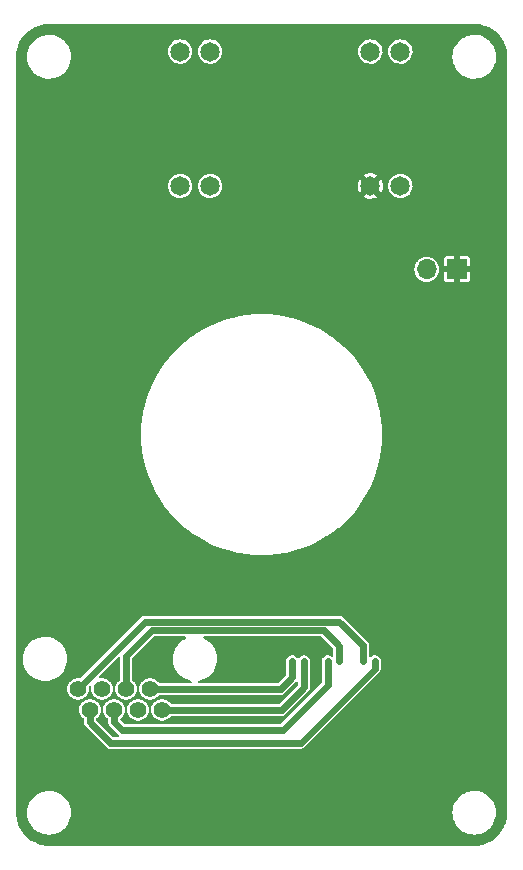
<source format=gbr>
%TF.GenerationSoftware,KiCad,Pcbnew,6.0.11+dfsg-1~bpo11+1*%
%TF.CreationDate,2024-02-01T17:53:29-05:00*%
%TF.ProjectId,POE,504f452e-6b69-4636-9164-5f7063625858,1.0.0*%
%TF.SameCoordinates,Original*%
%TF.FileFunction,Copper,L2,Bot*%
%TF.FilePolarity,Positive*%
%FSLAX46Y46*%
G04 Gerber Fmt 4.6, Leading zero omitted, Abs format (unit mm)*
G04 Created by KiCad (PCBNEW 6.0.11+dfsg-1~bpo11+1) date 2024-02-01 17:53:29*
%MOMM*%
%LPD*%
G01*
G04 APERTURE LIST*
%TA.AperFunction,ComponentPad*%
%ADD10C,1.422400*%
%TD*%
%TA.AperFunction,ComponentPad*%
%ADD11R,1.700000X1.700000*%
%TD*%
%TA.AperFunction,ComponentPad*%
%ADD12O,1.700000X1.700000*%
%TD*%
%TA.AperFunction,ComponentPad*%
%ADD13C,1.650000*%
%TD*%
%TA.AperFunction,ViaPad*%
%ADD14C,0.500000*%
%TD*%
%TA.AperFunction,Conductor*%
%ADD15C,0.600000*%
%TD*%
G04 APERTURE END LIST*
D10*
%TO.P,J1,1,1*%
%TO.N,Net-(J1-Pad1)*%
X84444000Y-121515000D03*
%TO.P,J1,2,2*%
%TO.N,Net-(J1-Pad2)*%
X85460000Y-123293000D03*
%TO.P,J1,3,3*%
%TO.N,Net-(J1-Pad3)*%
X86476000Y-121515000D03*
%TO.P,J1,4,4*%
%TO.N,Net-(J1-Pad4)*%
X87492000Y-123293000D03*
%TO.P,J1,5,5*%
%TO.N,Net-(J1-Pad5)*%
X88508000Y-121515000D03*
%TO.P,J1,6,6*%
%TO.N,Net-(J1-Pad6)*%
X89524000Y-123293000D03*
%TO.P,J1,7,7*%
%TO.N,Net-(J1-Pad7)*%
X90540000Y-121515000D03*
%TO.P,J1,8,8*%
%TO.N,Net-(J1-Pad8)*%
X91556000Y-123293000D03*
%TD*%
D11*
%TO.P,J2,1,Pin_1*%
%TO.N,GND*%
X116520054Y-86000000D03*
D12*
%TO.P,J2,2,Pin_2*%
%TO.N,VoutF*%
X113980054Y-86000000D03*
%TD*%
D13*
%TO.P,MOD-1,1,+VDC_1*%
%TO.N,Vout*%
X93090387Y-78937467D03*
%TO.P,MOD-1,2,+VDC_2*%
X95630387Y-78937467D03*
%TO.P,MOD-1,3,-VDC*%
%TO.N,GND*%
X109200387Y-78937467D03*
%TO.P,MOD-1,4,ADJ*%
%TO.N,ADJ*%
X111740387Y-78937467D03*
%TO.P,MOD-1,5,VIN+_1*%
%TO.N,Vin+*%
X111740387Y-67557467D03*
%TO.P,MOD-1,6,VIN+_2*%
X109200387Y-67557467D03*
%TO.P,MOD-1,7,VIN-_1*%
%TO.N,Vin-*%
X95630387Y-67557467D03*
%TO.P,MOD-1,8,VIN-_2*%
X93090387Y-67557467D03*
%TD*%
D14*
%TO.N,GND*%
X116000000Y-73000000D03*
X117000000Y-77000000D03*
X107965599Y-83000000D03*
X106965599Y-89000000D03*
X116000000Y-122000000D03*
X99000000Y-86000000D03*
%TO.N,Net-(J1-Pad1)*%
X108580000Y-119180000D03*
%TO.N,Net-(J1-Pad2)*%
X109580000Y-119180000D03*
%TO.N,Net-(J1-Pad4)*%
X105580000Y-119180000D03*
%TO.N,Net-(J1-Pad5)*%
X106580000Y-119180000D03*
%TO.N,Net-(J1-Pad7)*%
X102580000Y-119180000D03*
%TO.N,Net-(J1-Pad8)*%
X103580000Y-119180000D03*
%TD*%
D15*
%TO.N,Net-(J1-Pad1)*%
X106562487Y-115823940D02*
X108580000Y-117841453D01*
X84444000Y-121515000D02*
X90135060Y-115823940D01*
X90135060Y-115823940D02*
X106562487Y-115823940D01*
X108580000Y-117841453D02*
X108580000Y-119180000D01*
%TO.N,Net-(J1-Pad2)*%
X85460000Y-123293000D02*
X85460000Y-124363968D01*
X85460000Y-124363968D02*
X87181451Y-126085419D01*
X109580000Y-119180000D02*
X109580000Y-119800052D01*
X109580000Y-119800052D02*
X103294633Y-126085419D01*
X87181451Y-126085419D02*
X103294633Y-126085419D01*
%TO.N,Net-(J1-Pad4)*%
X87492000Y-123293000D02*
X87492000Y-124288809D01*
X88176499Y-124973308D02*
X101832412Y-124973308D01*
X87492000Y-124288809D02*
X88176499Y-124973308D01*
X105580000Y-121225720D02*
X105580000Y-119180000D01*
X101832412Y-124973308D02*
X105580000Y-121225720D01*
%TO.N,Net-(J1-Pad5)*%
X90686573Y-116573940D02*
X105280120Y-116573940D01*
X105280120Y-116573940D02*
X106580000Y-117873820D01*
X106580000Y-117873820D02*
X106580000Y-119180000D01*
X88508000Y-121515000D02*
X88508000Y-118752514D01*
X88508000Y-118752514D02*
X90686573Y-116573940D01*
%TO.N,Net-(J1-Pad7)*%
X102580000Y-120550522D02*
X102580000Y-119180000D01*
X101615522Y-121515000D02*
X102580000Y-120550522D01*
X90540000Y-121515000D02*
X101615522Y-121515000D01*
%TO.N,Net-(J1-Pad8)*%
X101683589Y-123293000D02*
X103580000Y-121396589D01*
X103580000Y-121396589D02*
X103580000Y-119180000D01*
X91556000Y-123293000D02*
X101683589Y-123293000D01*
%TD*%
%TA.AperFunction,Conductor*%
%TO.N,GND*%
G36*
X117988169Y-65203018D02*
G01*
X117999641Y-65205656D01*
X118010516Y-65203195D01*
X118020727Y-65203213D01*
X118031830Y-65202288D01*
X118208468Y-65212208D01*
X118307899Y-65217792D01*
X118318922Y-65219034D01*
X118532302Y-65255288D01*
X118617461Y-65269757D01*
X118628285Y-65272227D01*
X118919279Y-65356062D01*
X118929751Y-65359726D01*
X119209530Y-65475614D01*
X119219520Y-65480425D01*
X119484563Y-65626910D01*
X119493948Y-65632806D01*
X119740937Y-65808054D01*
X119749605Y-65814967D01*
X119975407Y-66016757D01*
X119983243Y-66024593D01*
X120185033Y-66250395D01*
X120191946Y-66259063D01*
X120367194Y-66506052D01*
X120373090Y-66515437D01*
X120519572Y-66780474D01*
X120524386Y-66790470D01*
X120640273Y-67070246D01*
X120643938Y-67080721D01*
X120664337Y-67151525D01*
X120727773Y-67371715D01*
X120730243Y-67382539D01*
X120778235Y-67664998D01*
X120780966Y-67681074D01*
X120782208Y-67692102D01*
X120797137Y-67957905D01*
X120797684Y-67967651D01*
X120796834Y-67977626D01*
X120796862Y-67977626D01*
X120796842Y-67988777D01*
X120794344Y-67999641D01*
X120796804Y-68010513D01*
X120797059Y-68011638D01*
X120799500Y-68033488D01*
X120799500Y-131965983D01*
X120796982Y-131988169D01*
X120794344Y-131999641D01*
X120796805Y-132010516D01*
X120796787Y-132020727D01*
X120797712Y-132031830D01*
X120782209Y-132307894D01*
X120780966Y-132318922D01*
X120752566Y-132486078D01*
X120730243Y-132617461D01*
X120727773Y-132628285D01*
X120643940Y-132919275D01*
X120640274Y-132929751D01*
X120528259Y-133200182D01*
X120524389Y-133209524D01*
X120519575Y-133219520D01*
X120373090Y-133484563D01*
X120367194Y-133493948D01*
X120191946Y-133740937D01*
X120185033Y-133749605D01*
X119983243Y-133975407D01*
X119975407Y-133983243D01*
X119749605Y-134185033D01*
X119740937Y-134191946D01*
X119493948Y-134367194D01*
X119484563Y-134373090D01*
X119219520Y-134519575D01*
X119209530Y-134524386D01*
X118929751Y-134640274D01*
X118919279Y-134643938D01*
X118725598Y-134699738D01*
X118628285Y-134727773D01*
X118617461Y-134730243D01*
X118532302Y-134744712D01*
X118318922Y-134780966D01*
X118307898Y-134782208D01*
X118032346Y-134797684D01*
X118022374Y-134796834D01*
X118022374Y-134796862D01*
X118011223Y-134796842D01*
X118000359Y-134794344D01*
X117988359Y-134797059D01*
X117966512Y-134799500D01*
X82034017Y-134799500D01*
X82011831Y-134796982D01*
X82011813Y-134796978D01*
X82000359Y-134794344D01*
X81989484Y-134796805D01*
X81979273Y-134796787D01*
X81968170Y-134797712D01*
X81791532Y-134787792D01*
X81692101Y-134782208D01*
X81681078Y-134780966D01*
X81467698Y-134744712D01*
X81382539Y-134730243D01*
X81371715Y-134727773D01*
X81274402Y-134699738D01*
X81080721Y-134643938D01*
X81070249Y-134640274D01*
X80790470Y-134524386D01*
X80780480Y-134519575D01*
X80515437Y-134373090D01*
X80506052Y-134367194D01*
X80259063Y-134191946D01*
X80250395Y-134185033D01*
X80024593Y-133983243D01*
X80016757Y-133975407D01*
X79814967Y-133749605D01*
X79808054Y-133740937D01*
X79632806Y-133493948D01*
X79626910Y-133484563D01*
X79480425Y-133219520D01*
X79475611Y-133209524D01*
X79471742Y-133200182D01*
X79359726Y-132929751D01*
X79356060Y-132919275D01*
X79272227Y-132628285D01*
X79269757Y-132617461D01*
X79247434Y-132486078D01*
X79219034Y-132318922D01*
X79217791Y-132307894D01*
X79212998Y-132222537D01*
X79202864Y-132042095D01*
X80145028Y-132042095D01*
X80145368Y-132045657D01*
X80145368Y-132045664D01*
X80162922Y-132229648D01*
X80170534Y-132309431D01*
X80234364Y-132570285D01*
X80335182Y-132819192D01*
X80470875Y-133050938D01*
X80638601Y-133260669D01*
X80834846Y-133443991D01*
X81055499Y-133597064D01*
X81177066Y-133657542D01*
X81292723Y-133715081D01*
X81292728Y-133715083D01*
X81295938Y-133716680D01*
X81299349Y-133717798D01*
X81299351Y-133717799D01*
X81547721Y-133799219D01*
X81547724Y-133799220D01*
X81551126Y-133800335D01*
X81815717Y-133846276D01*
X81864761Y-133848717D01*
X81899335Y-133850439D01*
X81899348Y-133850439D01*
X81900567Y-133850500D01*
X82068223Y-133850500D01*
X82267846Y-133836016D01*
X82530080Y-133778120D01*
X82533429Y-133776851D01*
X82533433Y-133776850D01*
X82635087Y-133738337D01*
X82781211Y-133682975D01*
X82935879Y-133597064D01*
X83012837Y-133554318D01*
X83012841Y-133554315D01*
X83015976Y-133552574D01*
X83092785Y-133493956D01*
X83226607Y-133391826D01*
X83226609Y-133391825D01*
X83229458Y-133389650D01*
X83417185Y-133197614D01*
X83575225Y-132980491D01*
X83700265Y-132742828D01*
X83789688Y-132489603D01*
X83825904Y-132305861D01*
X83840925Y-132229648D01*
X83841620Y-132226122D01*
X83850781Y-132042095D01*
X116145028Y-132042095D01*
X116145368Y-132045657D01*
X116145368Y-132045664D01*
X116162922Y-132229648D01*
X116170534Y-132309431D01*
X116234364Y-132570285D01*
X116335182Y-132819192D01*
X116470875Y-133050938D01*
X116638601Y-133260669D01*
X116834846Y-133443991D01*
X117055499Y-133597064D01*
X117177066Y-133657542D01*
X117292723Y-133715081D01*
X117292728Y-133715083D01*
X117295938Y-133716680D01*
X117299349Y-133717798D01*
X117299351Y-133717799D01*
X117547721Y-133799219D01*
X117547724Y-133799220D01*
X117551126Y-133800335D01*
X117815717Y-133846276D01*
X117864761Y-133848717D01*
X117899335Y-133850439D01*
X117899348Y-133850439D01*
X117900567Y-133850500D01*
X118068223Y-133850500D01*
X118267846Y-133836016D01*
X118530080Y-133778120D01*
X118533429Y-133776851D01*
X118533433Y-133776850D01*
X118635087Y-133738337D01*
X118781211Y-133682975D01*
X118935879Y-133597064D01*
X119012837Y-133554318D01*
X119012841Y-133554315D01*
X119015976Y-133552574D01*
X119092785Y-133493956D01*
X119226607Y-133391826D01*
X119226609Y-133391825D01*
X119229458Y-133389650D01*
X119417185Y-133197614D01*
X119575225Y-132980491D01*
X119700265Y-132742828D01*
X119789688Y-132489603D01*
X119825904Y-132305861D01*
X119840925Y-132229648D01*
X119841620Y-132226122D01*
X119854972Y-131957905D01*
X119854632Y-131954343D01*
X119854632Y-131954336D01*
X119829807Y-131694139D01*
X119829806Y-131694134D01*
X119829466Y-131690569D01*
X119765636Y-131429715D01*
X119664818Y-131180808D01*
X119529125Y-130949062D01*
X119361399Y-130739331D01*
X119165154Y-130556009D01*
X118944501Y-130402936D01*
X118771812Y-130317025D01*
X118707277Y-130284919D01*
X118707272Y-130284917D01*
X118704062Y-130283320D01*
X118520515Y-130223150D01*
X118452279Y-130200781D01*
X118452276Y-130200780D01*
X118448874Y-130199665D01*
X118184283Y-130153724D01*
X118135239Y-130151283D01*
X118100665Y-130149561D01*
X118100652Y-130149561D01*
X118099433Y-130149500D01*
X117931777Y-130149500D01*
X117732154Y-130163984D01*
X117469920Y-130221880D01*
X117466571Y-130223149D01*
X117466567Y-130223150D01*
X117364913Y-130261663D01*
X117218789Y-130317025D01*
X117088411Y-130389444D01*
X116987163Y-130445682D01*
X116987159Y-130445685D01*
X116984024Y-130447426D01*
X116981174Y-130449601D01*
X116981171Y-130449603D01*
X116773393Y-130608174D01*
X116770542Y-130610350D01*
X116582815Y-130802386D01*
X116424775Y-131019509D01*
X116299735Y-131257172D01*
X116210312Y-131510397D01*
X116209618Y-131513919D01*
X116209617Y-131513922D01*
X116164479Y-131742934D01*
X116158380Y-131773878D01*
X116145028Y-132042095D01*
X83850781Y-132042095D01*
X83854972Y-131957905D01*
X83854632Y-131954343D01*
X83854632Y-131954336D01*
X83829807Y-131694139D01*
X83829806Y-131694134D01*
X83829466Y-131690569D01*
X83765636Y-131429715D01*
X83664818Y-131180808D01*
X83529125Y-130949062D01*
X83361399Y-130739331D01*
X83165154Y-130556009D01*
X82944501Y-130402936D01*
X82771812Y-130317025D01*
X82707277Y-130284919D01*
X82707272Y-130284917D01*
X82704062Y-130283320D01*
X82520515Y-130223150D01*
X82452279Y-130200781D01*
X82452276Y-130200780D01*
X82448874Y-130199665D01*
X82184283Y-130153724D01*
X82135239Y-130151283D01*
X82100665Y-130149561D01*
X82100652Y-130149561D01*
X82099433Y-130149500D01*
X81931777Y-130149500D01*
X81732154Y-130163984D01*
X81469920Y-130221880D01*
X81466571Y-130223149D01*
X81466567Y-130223150D01*
X81364913Y-130261663D01*
X81218789Y-130317025D01*
X81088411Y-130389444D01*
X80987163Y-130445682D01*
X80987159Y-130445685D01*
X80984024Y-130447426D01*
X80981174Y-130449601D01*
X80981171Y-130449603D01*
X80773393Y-130608174D01*
X80770542Y-130610350D01*
X80582815Y-130802386D01*
X80424775Y-131019509D01*
X80299735Y-131257172D01*
X80210312Y-131510397D01*
X80209618Y-131513919D01*
X80209617Y-131513922D01*
X80164479Y-131742934D01*
X80158380Y-131773878D01*
X80145028Y-132042095D01*
X79202864Y-132042095D01*
X79202331Y-132032603D01*
X79204122Y-132011795D01*
X79203747Y-132011752D01*
X79204388Y-132006184D01*
X79205655Y-132000718D01*
X79205656Y-132000000D01*
X79203096Y-131988776D01*
X79202980Y-131988266D01*
X79200500Y-131966248D01*
X79200500Y-121515000D01*
X83527278Y-121515000D01*
X83547311Y-121705597D01*
X83606533Y-121887864D01*
X83609124Y-121892352D01*
X83609125Y-121892354D01*
X83683021Y-122020346D01*
X83702356Y-122053836D01*
X83705828Y-122057692D01*
X83827123Y-122192404D01*
X83827127Y-122192407D01*
X83830593Y-122196257D01*
X83985639Y-122308905D01*
X84047186Y-122336307D01*
X84155979Y-122384745D01*
X84155983Y-122384746D01*
X84160717Y-122386854D01*
X84348176Y-122426700D01*
X84539824Y-122426700D01*
X84727283Y-122386854D01*
X84732017Y-122384746D01*
X84732021Y-122384745D01*
X84840814Y-122336307D01*
X84902361Y-122308905D01*
X85057407Y-122196257D01*
X85060873Y-122192407D01*
X85060877Y-122192404D01*
X85182172Y-122057692D01*
X85185644Y-122053836D01*
X85204979Y-122020346D01*
X85278875Y-121892354D01*
X85278876Y-121892352D01*
X85281467Y-121887864D01*
X85340689Y-121705597D01*
X85360722Y-121515000D01*
X85345789Y-121372923D01*
X85358510Y-121313075D01*
X85374243Y-121292571D01*
X85409450Y-121257364D01*
X85463967Y-121229587D01*
X85524399Y-121239158D01*
X85567664Y-121282423D01*
X85577912Y-121337716D01*
X85559278Y-121515000D01*
X85579311Y-121705597D01*
X85638533Y-121887864D01*
X85641124Y-121892352D01*
X85641125Y-121892354D01*
X85715021Y-122020346D01*
X85734356Y-122053836D01*
X85737828Y-122057692D01*
X85859123Y-122192404D01*
X85859127Y-122192407D01*
X85862593Y-122196257D01*
X86017639Y-122308905D01*
X86079186Y-122336307D01*
X86187979Y-122384745D01*
X86187983Y-122384746D01*
X86192717Y-122386854D01*
X86380176Y-122426700D01*
X86571824Y-122426700D01*
X86759283Y-122386854D01*
X86764017Y-122384746D01*
X86764021Y-122384745D01*
X86872814Y-122336307D01*
X86934361Y-122308905D01*
X87089407Y-122196257D01*
X87092873Y-122192407D01*
X87092877Y-122192404D01*
X87214172Y-122057692D01*
X87217644Y-122053836D01*
X87236979Y-122020346D01*
X87310875Y-121892354D01*
X87310876Y-121892352D01*
X87313467Y-121887864D01*
X87372689Y-121705597D01*
X87392722Y-121515000D01*
X87372689Y-121324403D01*
X87328783Y-121189275D01*
X87315069Y-121147066D01*
X87315068Y-121147065D01*
X87313467Y-121142136D01*
X87232756Y-121002338D01*
X87220237Y-120980655D01*
X87220236Y-120980654D01*
X87217644Y-120976164D01*
X87188634Y-120943945D01*
X87092877Y-120837596D01*
X87092873Y-120837593D01*
X87089407Y-120833743D01*
X86934361Y-120721095D01*
X86872814Y-120693693D01*
X86764021Y-120645255D01*
X86764017Y-120645254D01*
X86759283Y-120643146D01*
X86571824Y-120603300D01*
X86380176Y-120603300D01*
X86335045Y-120612893D01*
X86304953Y-120619289D01*
X86244103Y-120612893D01*
X86198633Y-120571952D01*
X86185912Y-120512104D01*
X86214366Y-120452448D01*
X87838496Y-118828318D01*
X87893013Y-118800541D01*
X87953445Y-118810112D01*
X87996710Y-118853377D01*
X88007500Y-118898322D01*
X88007500Y-120701268D01*
X87988593Y-120759459D01*
X87966693Y-120781359D01*
X87894593Y-120833743D01*
X87891127Y-120837593D01*
X87891123Y-120837596D01*
X87795366Y-120943945D01*
X87766356Y-120976164D01*
X87763764Y-120980654D01*
X87763763Y-120980655D01*
X87751245Y-121002338D01*
X87670533Y-121142136D01*
X87668932Y-121147065D01*
X87668931Y-121147066D01*
X87655217Y-121189275D01*
X87611311Y-121324403D01*
X87591278Y-121515000D01*
X87611311Y-121705597D01*
X87670533Y-121887864D01*
X87673124Y-121892352D01*
X87673125Y-121892354D01*
X87747021Y-122020346D01*
X87766356Y-122053836D01*
X87769828Y-122057692D01*
X87891123Y-122192404D01*
X87891127Y-122192407D01*
X87894593Y-122196257D01*
X88049639Y-122308905D01*
X88111186Y-122336307D01*
X88219979Y-122384745D01*
X88219983Y-122384746D01*
X88224717Y-122386854D01*
X88412176Y-122426700D01*
X88603824Y-122426700D01*
X88791283Y-122386854D01*
X88796017Y-122384746D01*
X88796021Y-122384745D01*
X88904814Y-122336307D01*
X88966361Y-122308905D01*
X89121407Y-122196257D01*
X89124873Y-122192407D01*
X89124877Y-122192404D01*
X89246172Y-122057692D01*
X89249644Y-122053836D01*
X89268979Y-122020346D01*
X89342875Y-121892354D01*
X89342876Y-121892352D01*
X89345467Y-121887864D01*
X89404689Y-121705597D01*
X89424722Y-121515000D01*
X89404689Y-121324403D01*
X89360783Y-121189275D01*
X89347069Y-121147066D01*
X89347068Y-121147065D01*
X89345467Y-121142136D01*
X89264756Y-121002338D01*
X89252237Y-120980655D01*
X89252236Y-120980654D01*
X89249644Y-120976164D01*
X89220634Y-120943945D01*
X89124877Y-120837596D01*
X89124873Y-120837593D01*
X89121407Y-120833743D01*
X89049308Y-120781360D01*
X89013345Y-120731861D01*
X89008500Y-120701268D01*
X89008500Y-119000836D01*
X89027407Y-118942645D01*
X89037496Y-118930832D01*
X90864891Y-117103436D01*
X90919408Y-117075659D01*
X90934895Y-117074440D01*
X93530100Y-117074440D01*
X93588291Y-117093347D01*
X93624255Y-117142847D01*
X93624255Y-117204033D01*
X93588291Y-117253533D01*
X93565176Y-117266018D01*
X93557982Y-117268743D01*
X93319969Y-117400948D01*
X93103534Y-117566126D01*
X92913210Y-117760818D01*
X92911101Y-117763715D01*
X92911098Y-117763719D01*
X92791314Y-117928285D01*
X92752984Y-117980945D01*
X92751320Y-117984108D01*
X92751318Y-117984111D01*
X92678697Y-118122141D01*
X92626214Y-118221896D01*
X92535554Y-118478624D01*
X92482904Y-118745749D01*
X92482726Y-118749322D01*
X92482726Y-118749323D01*
X92480025Y-118803575D01*
X92469366Y-119017678D01*
X92469706Y-119021240D01*
X92469706Y-119021247D01*
X92494884Y-119285142D01*
X92495225Y-119288712D01*
X92559939Y-119553174D01*
X92662151Y-119805525D01*
X92663962Y-119808618D01*
X92663963Y-119808620D01*
X92749249Y-119954277D01*
X92799721Y-120040477D01*
X92801958Y-120043274D01*
X92801962Y-120043280D01*
X92862919Y-120119502D01*
X92969768Y-120253109D01*
X93066218Y-120343208D01*
X93109751Y-120383874D01*
X93168727Y-120438967D01*
X93392433Y-120594157D01*
X93395638Y-120595752D01*
X93395644Y-120595755D01*
X93632983Y-120713830D01*
X93632988Y-120713832D01*
X93636198Y-120715429D01*
X93639609Y-120716547D01*
X93639611Y-120716548D01*
X93891511Y-120799125D01*
X93891514Y-120799126D01*
X93894916Y-120800241D01*
X93996962Y-120817959D01*
X94051060Y-120846543D01*
X94078026Y-120901465D01*
X94067559Y-120961749D01*
X94023658Y-121004367D01*
X93980026Y-121014500D01*
X91359269Y-121014500D01*
X91301078Y-120995593D01*
X91281647Y-120976161D01*
X91281644Y-120976164D01*
X91281591Y-120976105D01*
X91281590Y-120976104D01*
X91252634Y-120943945D01*
X91156877Y-120837596D01*
X91156873Y-120837593D01*
X91153407Y-120833743D01*
X90998361Y-120721095D01*
X90936814Y-120693693D01*
X90828021Y-120645255D01*
X90828017Y-120645254D01*
X90823283Y-120643146D01*
X90635824Y-120603300D01*
X90444176Y-120603300D01*
X90256717Y-120643146D01*
X90251983Y-120645254D01*
X90251979Y-120645255D01*
X90143186Y-120693693D01*
X90081639Y-120721095D01*
X89926593Y-120833743D01*
X89923127Y-120837593D01*
X89923123Y-120837596D01*
X89827366Y-120943945D01*
X89798356Y-120976164D01*
X89795764Y-120980654D01*
X89795763Y-120980655D01*
X89783245Y-121002338D01*
X89702533Y-121142136D01*
X89700932Y-121147065D01*
X89700931Y-121147066D01*
X89687217Y-121189275D01*
X89643311Y-121324403D01*
X89623278Y-121515000D01*
X89643311Y-121705597D01*
X89702533Y-121887864D01*
X89705124Y-121892352D01*
X89705125Y-121892354D01*
X89779021Y-122020346D01*
X89798356Y-122053836D01*
X89801828Y-122057692D01*
X89923123Y-122192404D01*
X89923127Y-122192407D01*
X89926593Y-122196257D01*
X90081639Y-122308905D01*
X90143186Y-122336307D01*
X90251979Y-122384745D01*
X90251983Y-122384746D01*
X90256717Y-122386854D01*
X90444176Y-122426700D01*
X90635824Y-122426700D01*
X90823283Y-122386854D01*
X90828017Y-122384746D01*
X90828021Y-122384745D01*
X90936814Y-122336307D01*
X90998361Y-122308905D01*
X91153407Y-122196257D01*
X91156873Y-122192407D01*
X91156877Y-122192404D01*
X91278172Y-122057692D01*
X91281644Y-122053836D01*
X91282062Y-122054213D01*
X91328675Y-122020346D01*
X91359269Y-122015500D01*
X101548356Y-122015500D01*
X101561057Y-122016919D01*
X101561059Y-122016897D01*
X101568091Y-122017463D01*
X101574969Y-122019019D01*
X101628623Y-122015690D01*
X101634755Y-122015500D01*
X101651462Y-122015500D01*
X101654949Y-122015001D01*
X101654957Y-122015000D01*
X101662643Y-122013899D01*
X101670546Y-122013089D01*
X101711023Y-122010578D01*
X101711026Y-122010577D01*
X101718060Y-122010141D01*
X101724689Y-122007748D01*
X101724693Y-122007747D01*
X101727709Y-122006658D01*
X101747285Y-122001777D01*
X101748477Y-122001606D01*
X101750458Y-122001323D01*
X101750459Y-122001323D01*
X101757440Y-122000323D01*
X101763859Y-121997404D01*
X101763864Y-121997403D01*
X101800779Y-121980619D01*
X101808137Y-121977623D01*
X101822332Y-121972498D01*
X101852909Y-121961460D01*
X101861194Y-121955408D01*
X101878608Y-121945232D01*
X101887950Y-121940984D01*
X101903863Y-121927272D01*
X101924017Y-121909907D01*
X101930238Y-121904967D01*
X101930668Y-121904653D01*
X101941858Y-121896478D01*
X101953322Y-121885014D01*
X101958703Y-121880019D01*
X101991215Y-121852005D01*
X101991216Y-121852004D01*
X101996559Y-121847400D01*
X102001233Y-121840189D01*
X102014304Y-121824032D01*
X102886414Y-120951921D01*
X102896397Y-120943945D01*
X102896383Y-120943928D01*
X102901756Y-120939355D01*
X102907720Y-120935592D01*
X102912389Y-120930306D01*
X102916335Y-120926947D01*
X102972903Y-120903630D01*
X103032373Y-120918016D01*
X103072029Y-120964611D01*
X103079500Y-121002338D01*
X103079500Y-121148267D01*
X103060593Y-121206458D01*
X103050504Y-121218271D01*
X101505271Y-122763504D01*
X101450754Y-122791281D01*
X101435267Y-122792500D01*
X92375269Y-122792500D01*
X92317078Y-122773593D01*
X92297647Y-122754161D01*
X92297644Y-122754164D01*
X92297591Y-122754105D01*
X92297590Y-122754104D01*
X92289841Y-122745498D01*
X92172877Y-122615596D01*
X92172873Y-122615593D01*
X92169407Y-122611743D01*
X92014361Y-122499095D01*
X91952814Y-122471693D01*
X91844021Y-122423255D01*
X91844017Y-122423254D01*
X91839283Y-122421146D01*
X91651824Y-122381300D01*
X91460176Y-122381300D01*
X91272717Y-122421146D01*
X91267983Y-122423254D01*
X91267979Y-122423255D01*
X91159186Y-122471693D01*
X91097639Y-122499095D01*
X90942593Y-122611743D01*
X90939127Y-122615593D01*
X90939123Y-122615596D01*
X90822159Y-122745498D01*
X90814356Y-122754164D01*
X90811764Y-122758654D01*
X90811763Y-122758655D01*
X90808964Y-122763504D01*
X90718533Y-122920136D01*
X90659311Y-123102403D01*
X90639278Y-123293000D01*
X90659311Y-123483597D01*
X90718533Y-123665864D01*
X90721124Y-123670352D01*
X90721125Y-123670354D01*
X90795021Y-123798346D01*
X90814356Y-123831836D01*
X90817828Y-123835692D01*
X90939123Y-123970404D01*
X90939127Y-123970407D01*
X90942593Y-123974257D01*
X91097639Y-124086905D01*
X91142172Y-124106732D01*
X91267979Y-124162745D01*
X91267983Y-124162746D01*
X91272717Y-124164854D01*
X91460176Y-124204700D01*
X91651824Y-124204700D01*
X91839283Y-124164854D01*
X91844017Y-124162746D01*
X91844021Y-124162745D01*
X91969828Y-124106732D01*
X92014361Y-124086905D01*
X92169407Y-123974257D01*
X92172873Y-123970407D01*
X92172877Y-123970404D01*
X92294172Y-123835692D01*
X92297644Y-123831836D01*
X92298062Y-123832213D01*
X92344675Y-123798346D01*
X92375269Y-123793500D01*
X101616423Y-123793500D01*
X101629124Y-123794919D01*
X101629126Y-123794897D01*
X101636158Y-123795463D01*
X101643036Y-123797019D01*
X101696690Y-123793690D01*
X101702822Y-123793500D01*
X101719529Y-123793500D01*
X101723016Y-123793001D01*
X101723024Y-123793000D01*
X101730710Y-123791899D01*
X101738613Y-123791089D01*
X101779090Y-123788578D01*
X101779093Y-123788577D01*
X101786127Y-123788141D01*
X101792756Y-123785748D01*
X101792760Y-123785747D01*
X101795776Y-123784658D01*
X101815352Y-123779777D01*
X101816544Y-123779606D01*
X101818525Y-123779323D01*
X101818526Y-123779323D01*
X101825507Y-123778323D01*
X101831926Y-123775404D01*
X101831931Y-123775403D01*
X101868846Y-123758619D01*
X101876204Y-123755623D01*
X101890399Y-123750498D01*
X101920976Y-123739460D01*
X101929261Y-123733408D01*
X101946675Y-123723232D01*
X101956017Y-123718984D01*
X101971930Y-123705272D01*
X101992084Y-123687907D01*
X101998305Y-123682967D01*
X101998735Y-123682653D01*
X102009925Y-123674478D01*
X102021389Y-123663014D01*
X102026770Y-123658019D01*
X102059282Y-123630005D01*
X102059283Y-123630004D01*
X102064626Y-123625400D01*
X102069300Y-123618189D01*
X102082371Y-123602032D01*
X103886419Y-121797984D01*
X103896399Y-121790010D01*
X103896384Y-121789993D01*
X103901754Y-121785423D01*
X103907720Y-121781659D01*
X103912388Y-121776374D01*
X103912391Y-121776371D01*
X103943292Y-121741381D01*
X103947492Y-121736911D01*
X103959320Y-121725083D01*
X103966100Y-121716036D01*
X103971104Y-121709890D01*
X104002623Y-121674201D01*
X104006982Y-121664918D01*
X104017373Y-121647623D01*
X104023526Y-121639413D01*
X104040237Y-121594837D01*
X104043323Y-121587515D01*
X104060554Y-121550814D01*
X104060554Y-121550813D01*
X104063553Y-121544426D01*
X104065131Y-121534289D01*
X104070252Y-121514773D01*
X104071377Y-121511773D01*
X104071377Y-121511771D01*
X104073852Y-121505170D01*
X104077381Y-121457685D01*
X104078287Y-121449797D01*
X104079912Y-121439361D01*
X104079913Y-121439353D01*
X104080500Y-121435580D01*
X104080500Y-121419381D01*
X104080772Y-121412045D01*
X104083953Y-121369231D01*
X104084476Y-121362198D01*
X104082681Y-121353789D01*
X104080500Y-121333122D01*
X104080500Y-119144060D01*
X104065323Y-119038082D01*
X104016560Y-118930832D01*
X104008905Y-118913996D01*
X104008904Y-118913995D01*
X104005984Y-118907572D01*
X103932661Y-118822477D01*
X103917005Y-118804307D01*
X103917004Y-118804306D01*
X103912400Y-118798963D01*
X103792095Y-118720985D01*
X103654739Y-118679907D01*
X103571497Y-118679398D01*
X103518427Y-118679074D01*
X103518426Y-118679074D01*
X103511376Y-118679031D01*
X103504599Y-118680968D01*
X103504598Y-118680968D01*
X103380309Y-118716490D01*
X103380307Y-118716491D01*
X103373529Y-118718428D01*
X103252280Y-118794930D01*
X103247613Y-118800214D01*
X103247611Y-118800216D01*
X103157377Y-118902388D01*
X103156179Y-118901330D01*
X103114953Y-118934362D01*
X103053835Y-118937248D01*
X103004955Y-118906378D01*
X103001378Y-118902226D01*
X102932661Y-118822477D01*
X102917005Y-118804307D01*
X102917004Y-118804306D01*
X102912400Y-118798963D01*
X102792095Y-118720985D01*
X102654739Y-118679907D01*
X102571497Y-118679398D01*
X102518427Y-118679074D01*
X102518426Y-118679074D01*
X102511376Y-118679031D01*
X102504599Y-118680968D01*
X102504598Y-118680968D01*
X102380309Y-118716490D01*
X102380307Y-118716491D01*
X102373529Y-118718428D01*
X102252280Y-118794930D01*
X102247613Y-118800214D01*
X102247611Y-118800216D01*
X102162044Y-118897103D01*
X102162042Y-118897105D01*
X102157377Y-118902388D01*
X102154381Y-118908770D01*
X102154380Y-118908771D01*
X102144022Y-118930832D01*
X102096447Y-119032163D01*
X102079500Y-119141009D01*
X102079500Y-120302200D01*
X102060593Y-120360391D01*
X102050504Y-120372204D01*
X101437204Y-120985504D01*
X101382687Y-121013281D01*
X101367200Y-121014500D01*
X94722553Y-121014500D01*
X94664362Y-120995593D01*
X94628398Y-120946093D01*
X94628398Y-120884907D01*
X94664362Y-120835407D01*
X94701210Y-120818828D01*
X94715873Y-120815591D01*
X94887414Y-120777718D01*
X94890763Y-120776449D01*
X94890767Y-120776448D01*
X95028830Y-120724140D01*
X95142018Y-120681257D01*
X95316692Y-120584234D01*
X95376888Y-120550798D01*
X95376890Y-120550797D01*
X95380031Y-120549052D01*
X95428445Y-120512104D01*
X95449312Y-120496178D01*
X95596466Y-120383874D01*
X95786790Y-120189182D01*
X95789746Y-120185122D01*
X95944911Y-119971947D01*
X95947016Y-119969055D01*
X95961817Y-119940924D01*
X96072116Y-119731278D01*
X96073786Y-119728104D01*
X96164446Y-119471376D01*
X96217096Y-119204251D01*
X96230634Y-118932322D01*
X96230294Y-118928760D01*
X96230294Y-118928753D01*
X96205116Y-118664858D01*
X96205115Y-118664853D01*
X96204775Y-118661288D01*
X96140061Y-118396826D01*
X96037849Y-118144475D01*
X95900279Y-117909523D01*
X95898042Y-117906726D01*
X95898038Y-117906720D01*
X95779302Y-117758250D01*
X95730232Y-117696891D01*
X95592996Y-117568692D01*
X95533896Y-117513483D01*
X95533894Y-117513481D01*
X95531273Y-117511033D01*
X95307567Y-117355843D01*
X95304362Y-117354248D01*
X95304356Y-117354245D01*
X95119091Y-117262077D01*
X95075413Y-117219230D01*
X95065262Y-117158892D01*
X95092515Y-117104111D01*
X95146762Y-117075812D01*
X95163187Y-117074440D01*
X105031798Y-117074440D01*
X105089989Y-117093347D01*
X105101802Y-117103436D01*
X106050504Y-118052137D01*
X106078281Y-118106654D01*
X106079500Y-118122141D01*
X106079500Y-118728322D01*
X106060593Y-118786513D01*
X106011093Y-118822477D01*
X105949907Y-118822477D01*
X105916189Y-118803361D01*
X105912400Y-118798963D01*
X105792095Y-118720985D01*
X105654739Y-118679907D01*
X105571497Y-118679398D01*
X105518427Y-118679074D01*
X105518426Y-118679074D01*
X105511376Y-118679031D01*
X105504599Y-118680968D01*
X105504598Y-118680968D01*
X105380309Y-118716490D01*
X105380307Y-118716491D01*
X105373529Y-118718428D01*
X105252280Y-118794930D01*
X105247613Y-118800214D01*
X105247611Y-118800216D01*
X105162044Y-118897103D01*
X105162042Y-118897105D01*
X105157377Y-118902388D01*
X105154381Y-118908770D01*
X105154380Y-118908771D01*
X105144022Y-118930832D01*
X105096447Y-119032163D01*
X105079500Y-119141009D01*
X105079500Y-120977398D01*
X105060593Y-121035589D01*
X105050504Y-121047402D01*
X101654094Y-124443812D01*
X101599577Y-124471589D01*
X101584090Y-124472808D01*
X88424821Y-124472808D01*
X88366630Y-124453901D01*
X88354817Y-124443812D01*
X88059865Y-124148860D01*
X88032088Y-124094343D01*
X88041659Y-124033911D01*
X88071678Y-123998764D01*
X88101208Y-123977309D01*
X88101215Y-123977303D01*
X88105407Y-123974257D01*
X88108873Y-123970407D01*
X88108877Y-123970404D01*
X88230172Y-123835692D01*
X88233644Y-123831836D01*
X88252979Y-123798346D01*
X88326875Y-123670354D01*
X88326876Y-123670352D01*
X88329467Y-123665864D01*
X88388689Y-123483597D01*
X88408722Y-123293000D01*
X88607278Y-123293000D01*
X88627311Y-123483597D01*
X88686533Y-123665864D01*
X88689124Y-123670352D01*
X88689125Y-123670354D01*
X88763021Y-123798346D01*
X88782356Y-123831836D01*
X88785828Y-123835692D01*
X88907123Y-123970404D01*
X88907127Y-123970407D01*
X88910593Y-123974257D01*
X89065639Y-124086905D01*
X89110172Y-124106732D01*
X89235979Y-124162745D01*
X89235983Y-124162746D01*
X89240717Y-124164854D01*
X89428176Y-124204700D01*
X89619824Y-124204700D01*
X89807283Y-124164854D01*
X89812017Y-124162746D01*
X89812021Y-124162745D01*
X89937828Y-124106732D01*
X89982361Y-124086905D01*
X90137407Y-123974257D01*
X90140873Y-123970407D01*
X90140877Y-123970404D01*
X90262172Y-123835692D01*
X90265644Y-123831836D01*
X90284979Y-123798346D01*
X90358875Y-123670354D01*
X90358876Y-123670352D01*
X90361467Y-123665864D01*
X90420689Y-123483597D01*
X90440722Y-123293000D01*
X90420689Y-123102403D01*
X90361467Y-122920136D01*
X90271037Y-122763504D01*
X90268237Y-122758655D01*
X90268236Y-122758654D01*
X90265644Y-122754164D01*
X90257841Y-122745498D01*
X90140877Y-122615596D01*
X90140873Y-122615593D01*
X90137407Y-122611743D01*
X89982361Y-122499095D01*
X89920814Y-122471693D01*
X89812021Y-122423255D01*
X89812017Y-122423254D01*
X89807283Y-122421146D01*
X89619824Y-122381300D01*
X89428176Y-122381300D01*
X89240717Y-122421146D01*
X89235983Y-122423254D01*
X89235979Y-122423255D01*
X89127186Y-122471693D01*
X89065639Y-122499095D01*
X88910593Y-122611743D01*
X88907127Y-122615593D01*
X88907123Y-122615596D01*
X88790159Y-122745498D01*
X88782356Y-122754164D01*
X88779764Y-122758654D01*
X88779763Y-122758655D01*
X88776964Y-122763504D01*
X88686533Y-122920136D01*
X88627311Y-123102403D01*
X88607278Y-123293000D01*
X88408722Y-123293000D01*
X88388689Y-123102403D01*
X88329467Y-122920136D01*
X88239037Y-122763504D01*
X88236237Y-122758655D01*
X88236236Y-122758654D01*
X88233644Y-122754164D01*
X88225841Y-122745498D01*
X88108877Y-122615596D01*
X88108873Y-122615593D01*
X88105407Y-122611743D01*
X87950361Y-122499095D01*
X87888814Y-122471693D01*
X87780021Y-122423255D01*
X87780017Y-122423254D01*
X87775283Y-122421146D01*
X87587824Y-122381300D01*
X87396176Y-122381300D01*
X87208717Y-122421146D01*
X87203983Y-122423254D01*
X87203979Y-122423255D01*
X87095186Y-122471693D01*
X87033639Y-122499095D01*
X86878593Y-122611743D01*
X86875127Y-122615593D01*
X86875123Y-122615596D01*
X86758159Y-122745498D01*
X86750356Y-122754164D01*
X86747764Y-122758654D01*
X86747763Y-122758655D01*
X86744964Y-122763504D01*
X86654533Y-122920136D01*
X86595311Y-123102403D01*
X86575278Y-123293000D01*
X86595311Y-123483597D01*
X86654533Y-123665864D01*
X86657124Y-123670352D01*
X86657125Y-123670354D01*
X86731021Y-123798346D01*
X86750356Y-123831836D01*
X86753828Y-123835692D01*
X86875123Y-123970404D01*
X86875127Y-123970407D01*
X86878593Y-123974257D01*
X86950692Y-124026640D01*
X86986655Y-124076139D01*
X86991500Y-124106732D01*
X86991500Y-124221643D01*
X86990081Y-124234344D01*
X86990103Y-124234346D01*
X86989537Y-124241378D01*
X86987981Y-124248256D01*
X86988418Y-124255294D01*
X86991310Y-124301911D01*
X86991500Y-124308042D01*
X86991500Y-124324749D01*
X86991999Y-124328236D01*
X86992000Y-124328244D01*
X86993101Y-124335930D01*
X86993911Y-124343833D01*
X86996354Y-124383201D01*
X86996859Y-124391347D01*
X86999252Y-124397976D01*
X86999253Y-124397980D01*
X87000342Y-124400996D01*
X87005223Y-124420572D01*
X87006677Y-124430727D01*
X87009596Y-124437146D01*
X87009597Y-124437151D01*
X87026381Y-124474066D01*
X87029377Y-124481424D01*
X87034502Y-124495619D01*
X87045540Y-124526196D01*
X87051592Y-124534481D01*
X87061768Y-124551895D01*
X87066016Y-124561237D01*
X87070621Y-124566581D01*
X87097093Y-124597304D01*
X87102033Y-124603525D01*
X87110522Y-124615145D01*
X87121986Y-124626609D01*
X87126981Y-124631990D01*
X87159600Y-124669846D01*
X87165520Y-124673683D01*
X87166811Y-124674520D01*
X87182968Y-124687591D01*
X87775104Y-125279727D01*
X87783078Y-125289707D01*
X87783095Y-125289692D01*
X87787665Y-125295062D01*
X87791429Y-125301028D01*
X87796714Y-125305696D01*
X87796717Y-125305699D01*
X87831707Y-125336600D01*
X87836177Y-125340800D01*
X87848006Y-125352629D01*
X87857059Y-125359414D01*
X87863195Y-125364409D01*
X87898887Y-125395931D01*
X87905270Y-125398928D01*
X87911167Y-125402802D01*
X87909430Y-125405447D01*
X87944311Y-125438133D01*
X87955841Y-125498222D01*
X87929848Y-125553612D01*
X87876263Y-125583146D01*
X87857608Y-125584919D01*
X87429772Y-125584919D01*
X87371581Y-125566012D01*
X87359768Y-125555923D01*
X85989496Y-124185650D01*
X85961719Y-124131133D01*
X85960500Y-124115646D01*
X85960500Y-124106732D01*
X85979407Y-124048541D01*
X86001307Y-124026641D01*
X86073407Y-123974257D01*
X86076873Y-123970407D01*
X86076877Y-123970404D01*
X86198172Y-123835692D01*
X86201644Y-123831836D01*
X86220979Y-123798346D01*
X86294875Y-123670354D01*
X86294876Y-123670352D01*
X86297467Y-123665864D01*
X86356689Y-123483597D01*
X86376722Y-123293000D01*
X86356689Y-123102403D01*
X86297467Y-122920136D01*
X86207037Y-122763504D01*
X86204237Y-122758655D01*
X86204236Y-122758654D01*
X86201644Y-122754164D01*
X86193841Y-122745498D01*
X86076877Y-122615596D01*
X86076873Y-122615593D01*
X86073407Y-122611743D01*
X85918361Y-122499095D01*
X85856814Y-122471693D01*
X85748021Y-122423255D01*
X85748017Y-122423254D01*
X85743283Y-122421146D01*
X85555824Y-122381300D01*
X85364176Y-122381300D01*
X85176717Y-122421146D01*
X85171983Y-122423254D01*
X85171979Y-122423255D01*
X85063186Y-122471693D01*
X85001639Y-122499095D01*
X84846593Y-122611743D01*
X84843127Y-122615593D01*
X84843123Y-122615596D01*
X84726159Y-122745498D01*
X84718356Y-122754164D01*
X84715764Y-122758654D01*
X84715763Y-122758655D01*
X84712964Y-122763504D01*
X84622533Y-122920136D01*
X84563311Y-123102403D01*
X84543278Y-123293000D01*
X84563311Y-123483597D01*
X84622533Y-123665864D01*
X84625124Y-123670352D01*
X84625125Y-123670354D01*
X84699021Y-123798346D01*
X84718356Y-123831836D01*
X84721828Y-123835692D01*
X84843123Y-123970404D01*
X84843127Y-123970407D01*
X84846593Y-123974257D01*
X84918692Y-124026640D01*
X84954655Y-124076139D01*
X84959500Y-124106732D01*
X84959500Y-124296802D01*
X84958081Y-124309503D01*
X84958103Y-124309505D01*
X84957537Y-124316537D01*
X84955981Y-124323415D01*
X84957002Y-124339866D01*
X84959310Y-124377070D01*
X84959500Y-124383201D01*
X84959500Y-124399908D01*
X84959999Y-124403395D01*
X84960000Y-124403403D01*
X84961101Y-124411089D01*
X84961911Y-124418992D01*
X84963038Y-124437151D01*
X84964859Y-124466506D01*
X84967252Y-124473135D01*
X84967253Y-124473139D01*
X84968342Y-124476155D01*
X84973223Y-124495731D01*
X84974677Y-124505886D01*
X84977596Y-124512305D01*
X84977597Y-124512310D01*
X84994381Y-124549225D01*
X84997377Y-124556583D01*
X85013540Y-124601355D01*
X85019592Y-124609640D01*
X85029768Y-124627054D01*
X85034016Y-124636396D01*
X85038621Y-124641740D01*
X85065093Y-124672463D01*
X85070033Y-124678684D01*
X85078522Y-124690304D01*
X85089986Y-124701768D01*
X85094981Y-124707149D01*
X85127600Y-124745005D01*
X85133520Y-124748842D01*
X85134811Y-124749679D01*
X85150968Y-124762750D01*
X86780056Y-126391838D01*
X86788030Y-126401818D01*
X86788047Y-126401803D01*
X86792617Y-126407173D01*
X86796381Y-126413139D01*
X86801666Y-126417807D01*
X86801669Y-126417810D01*
X86836659Y-126448711D01*
X86841129Y-126452911D01*
X86852957Y-126464739D01*
X86862001Y-126471517D01*
X86868150Y-126476523D01*
X86903839Y-126508042D01*
X86913122Y-126512401D01*
X86930417Y-126522792D01*
X86938627Y-126528945D01*
X86945233Y-126531421D01*
X86945234Y-126531422D01*
X86983203Y-126545656D01*
X86990525Y-126548742D01*
X87027226Y-126565973D01*
X87027227Y-126565973D01*
X87033614Y-126568972D01*
X87043751Y-126570550D01*
X87063267Y-126575671D01*
X87066267Y-126576796D01*
X87066269Y-126576796D01*
X87072870Y-126579271D01*
X87120355Y-126582800D01*
X87128243Y-126583706D01*
X87138679Y-126585331D01*
X87138687Y-126585332D01*
X87142460Y-126585919D01*
X87158659Y-126585919D01*
X87165996Y-126586191D01*
X87215842Y-126589895D01*
X87222737Y-126588423D01*
X87222739Y-126588423D01*
X87224251Y-126588100D01*
X87244918Y-126585919D01*
X103227467Y-126585919D01*
X103240168Y-126587338D01*
X103240170Y-126587316D01*
X103247202Y-126587882D01*
X103254080Y-126589438D01*
X103307734Y-126586109D01*
X103313866Y-126585919D01*
X103330573Y-126585919D01*
X103334060Y-126585420D01*
X103334068Y-126585419D01*
X103341754Y-126584318D01*
X103349657Y-126583508D01*
X103390134Y-126580997D01*
X103390137Y-126580996D01*
X103397171Y-126580560D01*
X103403800Y-126578167D01*
X103403804Y-126578166D01*
X103406820Y-126577077D01*
X103426396Y-126572196D01*
X103427588Y-126572025D01*
X103429569Y-126571742D01*
X103429570Y-126571742D01*
X103436551Y-126570742D01*
X103442970Y-126567823D01*
X103442975Y-126567822D01*
X103479890Y-126551038D01*
X103487248Y-126548042D01*
X103501443Y-126542917D01*
X103532020Y-126531879D01*
X103540305Y-126525827D01*
X103557719Y-126515651D01*
X103567061Y-126511403D01*
X103582974Y-126497691D01*
X103603128Y-126480326D01*
X103609349Y-126475386D01*
X103611384Y-126473899D01*
X103620969Y-126466897D01*
X103632433Y-126455433D01*
X103637814Y-126450438D01*
X103670326Y-126422424D01*
X103670327Y-126422423D01*
X103675670Y-126417819D01*
X103680344Y-126410608D01*
X103693415Y-126394451D01*
X109886419Y-120201447D01*
X109896399Y-120193473D01*
X109896384Y-120193456D01*
X109901754Y-120188886D01*
X109907720Y-120185122D01*
X109912388Y-120179837D01*
X109912391Y-120179834D01*
X109943292Y-120144844D01*
X109947492Y-120140374D01*
X109959320Y-120128546D01*
X109966100Y-120119499D01*
X109971104Y-120113353D01*
X110002623Y-120077664D01*
X110006982Y-120068381D01*
X110017373Y-120051086D01*
X110023526Y-120042876D01*
X110040237Y-119998300D01*
X110043323Y-119990978D01*
X110060554Y-119954277D01*
X110060554Y-119954276D01*
X110063553Y-119947889D01*
X110065131Y-119937752D01*
X110070252Y-119918236D01*
X110071377Y-119915236D01*
X110071377Y-119915234D01*
X110073852Y-119908633D01*
X110077381Y-119861148D01*
X110078287Y-119853260D01*
X110079912Y-119842824D01*
X110079913Y-119842816D01*
X110080500Y-119839043D01*
X110080500Y-119822844D01*
X110080772Y-119815508D01*
X110083953Y-119772694D01*
X110084476Y-119765661D01*
X110082681Y-119757252D01*
X110080500Y-119736585D01*
X110080500Y-119144060D01*
X110065323Y-119038082D01*
X110016560Y-118930832D01*
X110008905Y-118913996D01*
X110008904Y-118913995D01*
X110005984Y-118907572D01*
X109932661Y-118822477D01*
X109917005Y-118804307D01*
X109917004Y-118804306D01*
X109912400Y-118798963D01*
X109792095Y-118720985D01*
X109654739Y-118679907D01*
X109571497Y-118679398D01*
X109518427Y-118679074D01*
X109518426Y-118679074D01*
X109511376Y-118679031D01*
X109504599Y-118680968D01*
X109504598Y-118680968D01*
X109380309Y-118716490D01*
X109380307Y-118716491D01*
X109373529Y-118718428D01*
X109252280Y-118794930D01*
X109247611Y-118800216D01*
X109243665Y-118803575D01*
X109187097Y-118826892D01*
X109127627Y-118812506D01*
X109087971Y-118765911D01*
X109080500Y-118728184D01*
X109080500Y-117908613D01*
X109081919Y-117895916D01*
X109081896Y-117895914D01*
X109082461Y-117888884D01*
X109084018Y-117882005D01*
X109080690Y-117828360D01*
X109080500Y-117822231D01*
X109080500Y-117805513D01*
X109080002Y-117802033D01*
X109080001Y-117802023D01*
X109078898Y-117794317D01*
X109078089Y-117786421D01*
X109075578Y-117745953D01*
X109075578Y-117745951D01*
X109075141Y-117738915D01*
X109071658Y-117729266D01*
X109066777Y-117709689D01*
X109066323Y-117706517D01*
X109066323Y-117706516D01*
X109065323Y-117699535D01*
X109062404Y-117693116D01*
X109062403Y-117693111D01*
X109045619Y-117656196D01*
X109042623Y-117648838D01*
X109028855Y-117610701D01*
X109026460Y-117604066D01*
X109020408Y-117595781D01*
X109010232Y-117578367D01*
X109005984Y-117569025D01*
X108987423Y-117547484D01*
X108974907Y-117532958D01*
X108969967Y-117526737D01*
X108969653Y-117526307D01*
X108961478Y-117515117D01*
X108950014Y-117503653D01*
X108945019Y-117498272D01*
X108917005Y-117465760D01*
X108917004Y-117465759D01*
X108912400Y-117460416D01*
X108905189Y-117455742D01*
X108889032Y-117442671D01*
X106963882Y-115517521D01*
X106955908Y-115507541D01*
X106955891Y-115507556D01*
X106951321Y-115502186D01*
X106947557Y-115496220D01*
X106942272Y-115491552D01*
X106942269Y-115491549D01*
X106907279Y-115460648D01*
X106902809Y-115456448D01*
X106890981Y-115444620D01*
X106881934Y-115437840D01*
X106875788Y-115432836D01*
X106840099Y-115401317D01*
X106830816Y-115396958D01*
X106813521Y-115386567D01*
X106805311Y-115380414D01*
X106783534Y-115372250D01*
X106760741Y-115363705D01*
X106753421Y-115360620D01*
X106716713Y-115343386D01*
X106716709Y-115343385D01*
X106710324Y-115340387D01*
X106703356Y-115339302D01*
X106703352Y-115339301D01*
X106700195Y-115338810D01*
X106680667Y-115333687D01*
X106677667Y-115332562D01*
X106677665Y-115332562D01*
X106671067Y-115330088D01*
X106623579Y-115326559D01*
X106615694Y-115325653D01*
X106605259Y-115324028D01*
X106605251Y-115324027D01*
X106601478Y-115323440D01*
X106585278Y-115323440D01*
X106577942Y-115323168D01*
X106574652Y-115322924D01*
X106528095Y-115319464D01*
X106521200Y-115320936D01*
X106521198Y-115320936D01*
X106519686Y-115321259D01*
X106499019Y-115323440D01*
X90202220Y-115323440D01*
X90189523Y-115322021D01*
X90189521Y-115322044D01*
X90182491Y-115321479D01*
X90175612Y-115319922D01*
X90121968Y-115323250D01*
X90115838Y-115323440D01*
X90099120Y-115323440D01*
X90095640Y-115323938D01*
X90095630Y-115323939D01*
X90087924Y-115325042D01*
X90080028Y-115325851D01*
X90039560Y-115328362D01*
X90039558Y-115328362D01*
X90032522Y-115328799D01*
X90025888Y-115331194D01*
X90022873Y-115332282D01*
X90003297Y-115337163D01*
X90002695Y-115337249D01*
X90000124Y-115337617D01*
X90000123Y-115337617D01*
X89993142Y-115338617D01*
X89986723Y-115341536D01*
X89986718Y-115341537D01*
X89949803Y-115358321D01*
X89942445Y-115361317D01*
X89928250Y-115366442D01*
X89897673Y-115377480D01*
X89889388Y-115383532D01*
X89871974Y-115393708D01*
X89862632Y-115397956D01*
X89846719Y-115411668D01*
X89826565Y-115429033D01*
X89820344Y-115433973D01*
X89808724Y-115442462D01*
X89797260Y-115453926D01*
X89791879Y-115458921D01*
X89754023Y-115491540D01*
X89750186Y-115497460D01*
X89749349Y-115498751D01*
X89736278Y-115514908D01*
X84666952Y-120584234D01*
X84612435Y-120612011D01*
X84576365Y-120611067D01*
X84570934Y-120609913D01*
X84539824Y-120603300D01*
X84348176Y-120603300D01*
X84160717Y-120643146D01*
X84155983Y-120645254D01*
X84155979Y-120645255D01*
X84047186Y-120693693D01*
X83985639Y-120721095D01*
X83830593Y-120833743D01*
X83827127Y-120837593D01*
X83827123Y-120837596D01*
X83731366Y-120943945D01*
X83702356Y-120976164D01*
X83699764Y-120980654D01*
X83699763Y-120980655D01*
X83687245Y-121002338D01*
X83606533Y-121142136D01*
X83604932Y-121147065D01*
X83604931Y-121147066D01*
X83591217Y-121189275D01*
X83547311Y-121324403D01*
X83527278Y-121515000D01*
X79200500Y-121515000D01*
X79200500Y-119017678D01*
X79769366Y-119017678D01*
X79769706Y-119021240D01*
X79769706Y-119021247D01*
X79794884Y-119285142D01*
X79795225Y-119288712D01*
X79859939Y-119553174D01*
X79962151Y-119805525D01*
X79963962Y-119808618D01*
X79963963Y-119808620D01*
X80049249Y-119954277D01*
X80099721Y-120040477D01*
X80101958Y-120043274D01*
X80101962Y-120043280D01*
X80162919Y-120119502D01*
X80269768Y-120253109D01*
X80366218Y-120343208D01*
X80409751Y-120383874D01*
X80468727Y-120438967D01*
X80692433Y-120594157D01*
X80695638Y-120595752D01*
X80695644Y-120595755D01*
X80932983Y-120713830D01*
X80932988Y-120713832D01*
X80936198Y-120715429D01*
X80939609Y-120716547D01*
X80939611Y-120716548D01*
X81191511Y-120799125D01*
X81191514Y-120799126D01*
X81194916Y-120800241D01*
X81463168Y-120846817D01*
X81512930Y-120849294D01*
X81547970Y-120851039D01*
X81547983Y-120851039D01*
X81549202Y-120851100D01*
X81719159Y-120851100D01*
X81921551Y-120836415D01*
X82187414Y-120777718D01*
X82190763Y-120776449D01*
X82190767Y-120776448D01*
X82328830Y-120724140D01*
X82442018Y-120681257D01*
X82616692Y-120584234D01*
X82676888Y-120550798D01*
X82676890Y-120550797D01*
X82680031Y-120549052D01*
X82728445Y-120512104D01*
X82749312Y-120496178D01*
X82896466Y-120383874D01*
X83086790Y-120189182D01*
X83089746Y-120185122D01*
X83244911Y-119971947D01*
X83247016Y-119969055D01*
X83261817Y-119940924D01*
X83372116Y-119731278D01*
X83373786Y-119728104D01*
X83464446Y-119471376D01*
X83517096Y-119204251D01*
X83530634Y-118932322D01*
X83530294Y-118928760D01*
X83530294Y-118928753D01*
X83505116Y-118664858D01*
X83505115Y-118664853D01*
X83504775Y-118661288D01*
X83440061Y-118396826D01*
X83337849Y-118144475D01*
X83200279Y-117909523D01*
X83198042Y-117906726D01*
X83198038Y-117906720D01*
X83079302Y-117758250D01*
X83030232Y-117696891D01*
X82892996Y-117568692D01*
X82833896Y-117513483D01*
X82833894Y-117513481D01*
X82831273Y-117511033D01*
X82607567Y-117355843D01*
X82604362Y-117354248D01*
X82604356Y-117354245D01*
X82367017Y-117236170D01*
X82367012Y-117236168D01*
X82363802Y-117234571D01*
X82360389Y-117233452D01*
X82108489Y-117150875D01*
X82108486Y-117150874D01*
X82105084Y-117149759D01*
X81836832Y-117103183D01*
X81787070Y-117100706D01*
X81752030Y-117098961D01*
X81752017Y-117098961D01*
X81750798Y-117098900D01*
X81580841Y-117098900D01*
X81378449Y-117113585D01*
X81112586Y-117172282D01*
X81109237Y-117173551D01*
X81109233Y-117173552D01*
X81028781Y-117204033D01*
X80857982Y-117268743D01*
X80619969Y-117400948D01*
X80403534Y-117566126D01*
X80213210Y-117760818D01*
X80211101Y-117763715D01*
X80211098Y-117763719D01*
X80091314Y-117928285D01*
X80052984Y-117980945D01*
X80051320Y-117984108D01*
X80051318Y-117984111D01*
X79978697Y-118122141D01*
X79926214Y-118221896D01*
X79835554Y-118478624D01*
X79782904Y-118745749D01*
X79782726Y-118749322D01*
X79782726Y-118749323D01*
X79780025Y-118803575D01*
X79769366Y-119017678D01*
X79200500Y-119017678D01*
X79200500Y-100000000D01*
X89794464Y-100000000D01*
X89794513Y-100001559D01*
X89813801Y-100615316D01*
X89814602Y-100640811D01*
X89874938Y-101279093D01*
X89875179Y-101280613D01*
X89875180Y-101280623D01*
X89974991Y-101910806D01*
X89975232Y-101912327D01*
X90115090Y-102538014D01*
X90293958Y-103153684D01*
X90511133Y-103756908D01*
X90765755Y-104345306D01*
X91056821Y-104916554D01*
X91383181Y-105468400D01*
X91743548Y-105998664D01*
X91744486Y-105999874D01*
X91744496Y-105999887D01*
X92135548Y-106504027D01*
X92136499Y-106505253D01*
X92560484Y-106986170D01*
X93013830Y-107439516D01*
X93494747Y-107863501D01*
X93495973Y-107864452D01*
X94000113Y-108255504D01*
X94000126Y-108255514D01*
X94001336Y-108256452D01*
X94208650Y-108397343D01*
X94488263Y-108587367D01*
X94531600Y-108616819D01*
X95083446Y-108943179D01*
X95654694Y-109234245D01*
X95656104Y-109234855D01*
X95656110Y-109234858D01*
X96233328Y-109484642D01*
X96243092Y-109488867D01*
X96244532Y-109489385D01*
X96244541Y-109489389D01*
X96844852Y-109705515D01*
X96846316Y-109706042D01*
X96847802Y-109706474D01*
X96847809Y-109706476D01*
X97460478Y-109884472D01*
X97461986Y-109884910D01*
X97463501Y-109885249D01*
X97463514Y-109885252D01*
X97925734Y-109988570D01*
X98087673Y-110024768D01*
X98089191Y-110025008D01*
X98089194Y-110025009D01*
X98719377Y-110124820D01*
X98719387Y-110124821D01*
X98720907Y-110125062D01*
X98722437Y-110125207D01*
X98722440Y-110125207D01*
X99357654Y-110185253D01*
X99357657Y-110185253D01*
X99359189Y-110185398D01*
X99360728Y-110185446D01*
X99360738Y-110185447D01*
X99998441Y-110205487D01*
X100000000Y-110205536D01*
X100001559Y-110205487D01*
X100639262Y-110185447D01*
X100639272Y-110185446D01*
X100640811Y-110185398D01*
X100642343Y-110185253D01*
X100642346Y-110185253D01*
X101277560Y-110125207D01*
X101277563Y-110125207D01*
X101279093Y-110125062D01*
X101280613Y-110124821D01*
X101280623Y-110124820D01*
X101910806Y-110025009D01*
X101910809Y-110025008D01*
X101912327Y-110024768D01*
X102074266Y-109988570D01*
X102536486Y-109885252D01*
X102536499Y-109885249D01*
X102538014Y-109884910D01*
X102539522Y-109884472D01*
X103152191Y-109706476D01*
X103152198Y-109706474D01*
X103153684Y-109706042D01*
X103155148Y-109705515D01*
X103755459Y-109489389D01*
X103755468Y-109489385D01*
X103756908Y-109488867D01*
X103766672Y-109484642D01*
X104343890Y-109234858D01*
X104343896Y-109234855D01*
X104345306Y-109234245D01*
X104916554Y-108943179D01*
X105468400Y-108616819D01*
X105511738Y-108587367D01*
X105791350Y-108397343D01*
X105998664Y-108256452D01*
X105999874Y-108255514D01*
X105999887Y-108255504D01*
X106504027Y-107864452D01*
X106505253Y-107863501D01*
X106986170Y-107439516D01*
X107439516Y-106986170D01*
X107863501Y-106505253D01*
X107864452Y-106504027D01*
X108255504Y-105999887D01*
X108255514Y-105999874D01*
X108256452Y-105998664D01*
X108616819Y-105468400D01*
X108943179Y-104916554D01*
X109234245Y-104345306D01*
X109488867Y-103756908D01*
X109706042Y-103153684D01*
X109884910Y-102538014D01*
X110024768Y-101912327D01*
X110025009Y-101910806D01*
X110124820Y-101280623D01*
X110124821Y-101280613D01*
X110125062Y-101279093D01*
X110185398Y-100640811D01*
X110186200Y-100615316D01*
X110205487Y-100001559D01*
X110205536Y-100000000D01*
X110205050Y-99984519D01*
X110185447Y-99360738D01*
X110185446Y-99360728D01*
X110185398Y-99359189D01*
X110125062Y-98720907D01*
X110036819Y-98163757D01*
X110025009Y-98089194D01*
X110025008Y-98089191D01*
X110024768Y-98087673D01*
X109884910Y-97461986D01*
X109706042Y-96846316D01*
X109488867Y-96243092D01*
X109234245Y-95654694D01*
X108943179Y-95083446D01*
X108616819Y-94531600D01*
X108256452Y-94001336D01*
X108255514Y-94000126D01*
X108255504Y-94000113D01*
X107864452Y-93495973D01*
X107863501Y-93494747D01*
X107439516Y-93013830D01*
X106986170Y-92560484D01*
X106505253Y-92136499D01*
X106504027Y-92135548D01*
X105999887Y-91744496D01*
X105999874Y-91744486D01*
X105998664Y-91743548D01*
X105791350Y-91602657D01*
X105469688Y-91384056D01*
X105469681Y-91384051D01*
X105468400Y-91383181D01*
X104916554Y-91056821D01*
X104345306Y-90765755D01*
X104343896Y-90765145D01*
X104343890Y-90765142D01*
X103758313Y-90511741D01*
X103756908Y-90511133D01*
X103755468Y-90510615D01*
X103755459Y-90510611D01*
X103155148Y-90294485D01*
X103155146Y-90294484D01*
X103153684Y-90293958D01*
X103152198Y-90293526D01*
X103152191Y-90293524D01*
X102539522Y-90115528D01*
X102539519Y-90115527D01*
X102538014Y-90115090D01*
X102536499Y-90114751D01*
X102536486Y-90114748D01*
X102074266Y-90011430D01*
X101912327Y-89975232D01*
X101910809Y-89974992D01*
X101910806Y-89974991D01*
X101280623Y-89875180D01*
X101280613Y-89875179D01*
X101279093Y-89874938D01*
X101277563Y-89874793D01*
X101277560Y-89874793D01*
X100642346Y-89814747D01*
X100642343Y-89814747D01*
X100640811Y-89814602D01*
X100639272Y-89814554D01*
X100639262Y-89814553D01*
X100001559Y-89794513D01*
X100000000Y-89794464D01*
X99998441Y-89794513D01*
X99360738Y-89814553D01*
X99360728Y-89814554D01*
X99359189Y-89814602D01*
X99357657Y-89814747D01*
X99357654Y-89814747D01*
X98722440Y-89874793D01*
X98722437Y-89874793D01*
X98720907Y-89874938D01*
X98719387Y-89875179D01*
X98719377Y-89875180D01*
X98089194Y-89974991D01*
X98089191Y-89974992D01*
X98087673Y-89975232D01*
X97925734Y-90011430D01*
X97463514Y-90114748D01*
X97463501Y-90114751D01*
X97461986Y-90115090D01*
X97460481Y-90115527D01*
X97460478Y-90115528D01*
X96847809Y-90293524D01*
X96847802Y-90293526D01*
X96846316Y-90293958D01*
X96844854Y-90294484D01*
X96844852Y-90294485D01*
X96244541Y-90510611D01*
X96244532Y-90510615D01*
X96243092Y-90511133D01*
X96241687Y-90511741D01*
X95656110Y-90765142D01*
X95656104Y-90765145D01*
X95654694Y-90765755D01*
X95083446Y-91056821D01*
X94531600Y-91383181D01*
X94530319Y-91384051D01*
X94530312Y-91384056D01*
X94208650Y-91602657D01*
X94001336Y-91743548D01*
X94000126Y-91744486D01*
X94000113Y-91744496D01*
X93495973Y-92135548D01*
X93494747Y-92136499D01*
X93013830Y-92560484D01*
X92560484Y-93013830D01*
X92136499Y-93494747D01*
X92135548Y-93495973D01*
X91744496Y-94000113D01*
X91744486Y-94000126D01*
X91743548Y-94001336D01*
X91383181Y-94531600D01*
X91056821Y-95083446D01*
X90765755Y-95654694D01*
X90511133Y-96243092D01*
X90293958Y-96846316D01*
X90115090Y-97461986D01*
X89975232Y-98087673D01*
X89974992Y-98089191D01*
X89974991Y-98089194D01*
X89963182Y-98163757D01*
X89874938Y-98720907D01*
X89814602Y-99359189D01*
X89814554Y-99360728D01*
X89814553Y-99360738D01*
X89794950Y-99984519D01*
X89794464Y-100000000D01*
X79200500Y-100000000D01*
X79200500Y-85985262D01*
X112924574Y-85985262D01*
X112941813Y-86190553D01*
X112998598Y-86388586D01*
X113092766Y-86571818D01*
X113220731Y-86733270D01*
X113224411Y-86736402D01*
X113224413Y-86736404D01*
X113337071Y-86832283D01*
X113377618Y-86866791D01*
X113381841Y-86869151D01*
X113381845Y-86869154D01*
X113421396Y-86891258D01*
X113557452Y-86967297D01*
X113562050Y-86968791D01*
X113748778Y-87029463D01*
X113748780Y-87029464D01*
X113753383Y-87030959D01*
X113957948Y-87055351D01*
X113962770Y-87054980D01*
X113962773Y-87054980D01*
X114030595Y-87049761D01*
X114163354Y-87039546D01*
X114361779Y-86984145D01*
X114366092Y-86981966D01*
X114366098Y-86981964D01*
X114541343Y-86893441D01*
X114541345Y-86893440D01*
X114545664Y-86891258D01*
X114549481Y-86888276D01*
X114572674Y-86870156D01*
X115416055Y-86870156D01*
X115417003Y-86879783D01*
X115428889Y-86939541D01*
X115436209Y-86957214D01*
X115481511Y-87025014D01*
X115495040Y-87038543D01*
X115562842Y-87083846D01*
X115580510Y-87091165D01*
X115640273Y-87103052D01*
X115649895Y-87104000D01*
X116250374Y-87104000D01*
X116263059Y-87099878D01*
X116266054Y-87095757D01*
X116266054Y-87088319D01*
X116774054Y-87088319D01*
X116778176Y-87101004D01*
X116782297Y-87103999D01*
X117390210Y-87103999D01*
X117399837Y-87103051D01*
X117459595Y-87091165D01*
X117477268Y-87083845D01*
X117545068Y-87038543D01*
X117558597Y-87025014D01*
X117603900Y-86957212D01*
X117611219Y-86939544D01*
X117623106Y-86879781D01*
X117624054Y-86870159D01*
X117624054Y-86269680D01*
X117619932Y-86256995D01*
X117615811Y-86254000D01*
X116789734Y-86254000D01*
X116777049Y-86258122D01*
X116774054Y-86262243D01*
X116774054Y-87088319D01*
X116266054Y-87088319D01*
X116266054Y-86269680D01*
X116261932Y-86256995D01*
X116257811Y-86254000D01*
X115431735Y-86254000D01*
X115419050Y-86258122D01*
X115416055Y-86262243D01*
X115416055Y-86870156D01*
X114572674Y-86870156D01*
X114704189Y-86767406D01*
X114704193Y-86767402D01*
X114708005Y-86764424D01*
X114842618Y-86608472D01*
X114861285Y-86575613D01*
X114941988Y-86433550D01*
X114941989Y-86433547D01*
X114944377Y-86429344D01*
X114957936Y-86388586D01*
X115007878Y-86238454D01*
X115007878Y-86238452D01*
X115009405Y-86233863D01*
X115035225Y-86029474D01*
X115035637Y-86000000D01*
X115015534Y-85794970D01*
X114999505Y-85741878D01*
X114996015Y-85730320D01*
X115416054Y-85730320D01*
X115420176Y-85743005D01*
X115424297Y-85746000D01*
X116250374Y-85746000D01*
X116263059Y-85741878D01*
X116266054Y-85737757D01*
X116266054Y-85730320D01*
X116774054Y-85730320D01*
X116778176Y-85743005D01*
X116782297Y-85746000D01*
X117608373Y-85746000D01*
X117621058Y-85741878D01*
X117624053Y-85737757D01*
X117624053Y-85129844D01*
X117623105Y-85120217D01*
X117611219Y-85060459D01*
X117603899Y-85042786D01*
X117558597Y-84974986D01*
X117545068Y-84961457D01*
X117477266Y-84916154D01*
X117459598Y-84908835D01*
X117399835Y-84896948D01*
X117390213Y-84896000D01*
X116789734Y-84896000D01*
X116777049Y-84900122D01*
X116774054Y-84904243D01*
X116774054Y-85730320D01*
X116266054Y-85730320D01*
X116266054Y-84911681D01*
X116261932Y-84898996D01*
X116257811Y-84896001D01*
X115649898Y-84896001D01*
X115640271Y-84896949D01*
X115580513Y-84908835D01*
X115562840Y-84916155D01*
X115495040Y-84961457D01*
X115481511Y-84974986D01*
X115436208Y-85042788D01*
X115428889Y-85060456D01*
X115417002Y-85120219D01*
X115416054Y-85129841D01*
X115416054Y-85730320D01*
X114996015Y-85730320D01*
X114957387Y-85602380D01*
X114955989Y-85597749D01*
X114859272Y-85415849D01*
X114729065Y-85256200D01*
X114576327Y-85129844D01*
X114574056Y-85127965D01*
X114574054Y-85127964D01*
X114570329Y-85124882D01*
X114389109Y-85026897D01*
X114325909Y-85007333D01*
X114196929Y-84967407D01*
X114196925Y-84967406D01*
X114192308Y-84965977D01*
X114187500Y-84965472D01*
X114187497Y-84965471D01*
X113992239Y-84944949D01*
X113992237Y-84944949D01*
X113987423Y-84944443D01*
X113927408Y-84949905D01*
X113787076Y-84962675D01*
X113787071Y-84962676D01*
X113782257Y-84963114D01*
X113584626Y-85021280D01*
X113580342Y-85023519D01*
X113580341Y-85023520D01*
X113569482Y-85029197D01*
X113402056Y-85116726D01*
X113398285Y-85119758D01*
X113245274Y-85242781D01*
X113245271Y-85242783D01*
X113241501Y-85245815D01*
X113238387Y-85249526D01*
X113238386Y-85249527D01*
X113229639Y-85259952D01*
X113109078Y-85403630D01*
X113106743Y-85407878D01*
X113106742Y-85407879D01*
X113100009Y-85420126D01*
X113009830Y-85584162D01*
X112947538Y-85780532D01*
X112946998Y-85785344D01*
X112946998Y-85785345D01*
X112945919Y-85794970D01*
X112924574Y-85985262D01*
X79200500Y-85985262D01*
X79200500Y-78923080D01*
X92060025Y-78923080D01*
X92076854Y-79123485D01*
X92132288Y-79316805D01*
X92224215Y-79495677D01*
X92227226Y-79499476D01*
X92346125Y-79649489D01*
X92346128Y-79649492D01*
X92349135Y-79653286D01*
X92352822Y-79656424D01*
X92352824Y-79656426D01*
X92468788Y-79755119D01*
X92502288Y-79783630D01*
X92506510Y-79785990D01*
X92506515Y-79785993D01*
X92545025Y-79807515D01*
X92677843Y-79881744D01*
X92781273Y-79915351D01*
X92864505Y-79942395D01*
X92864508Y-79942396D01*
X92869110Y-79943891D01*
X93068807Y-79967703D01*
X93073629Y-79967332D01*
X93073632Y-79967332D01*
X93139961Y-79962228D01*
X93269325Y-79952274D01*
X93463027Y-79898191D01*
X93467340Y-79896012D01*
X93467346Y-79896010D01*
X93638215Y-79809698D01*
X93638217Y-79809696D01*
X93642536Y-79807515D01*
X93677124Y-79780492D01*
X93797199Y-79686680D01*
X93797201Y-79686678D01*
X93801014Y-79683699D01*
X93804170Y-79680043D01*
X93804175Y-79680038D01*
X93879841Y-79592377D01*
X93932424Y-79531459D01*
X94017228Y-79382177D01*
X94029372Y-79360800D01*
X94029373Y-79360797D01*
X94031761Y-79356594D01*
X94077051Y-79220446D01*
X94093714Y-79170355D01*
X94093714Y-79170353D01*
X94095241Y-79165764D01*
X94120447Y-78966239D01*
X94120849Y-78937467D01*
X94119438Y-78923080D01*
X94600025Y-78923080D01*
X94616854Y-79123485D01*
X94672288Y-79316805D01*
X94764215Y-79495677D01*
X94767226Y-79499476D01*
X94886125Y-79649489D01*
X94886128Y-79649492D01*
X94889135Y-79653286D01*
X94892822Y-79656424D01*
X94892824Y-79656426D01*
X95008788Y-79755119D01*
X95042288Y-79783630D01*
X95046510Y-79785990D01*
X95046515Y-79785993D01*
X95085025Y-79807515D01*
X95217843Y-79881744D01*
X95321273Y-79915351D01*
X95404505Y-79942395D01*
X95404508Y-79942396D01*
X95409110Y-79943891D01*
X95608807Y-79967703D01*
X95613629Y-79967332D01*
X95613632Y-79967332D01*
X95679961Y-79962228D01*
X95809325Y-79952274D01*
X96003027Y-79898191D01*
X96007340Y-79896012D01*
X96007346Y-79896010D01*
X96078406Y-79860115D01*
X108642779Y-79860115D01*
X108642786Y-79860160D01*
X108648309Y-79866375D01*
X108679553Y-79887251D01*
X108687499Y-79891566D01*
X108861359Y-79966263D01*
X108869954Y-79969055D01*
X109054520Y-80010817D01*
X109063479Y-80011997D01*
X109252566Y-80019427D01*
X109261593Y-80018953D01*
X109448857Y-79991801D01*
X109457656Y-79989689D01*
X109636835Y-79928866D01*
X109645097Y-79925188D01*
X109749233Y-79866868D01*
X109757435Y-79857995D01*
X109752533Y-79848824D01*
X109211473Y-79307763D01*
X109199590Y-79301709D01*
X109194559Y-79302505D01*
X108648833Y-79848232D01*
X108642779Y-79860115D01*
X96078406Y-79860115D01*
X96178215Y-79809698D01*
X96178217Y-79809696D01*
X96182536Y-79807515D01*
X96217124Y-79780492D01*
X96337199Y-79686680D01*
X96337201Y-79686678D01*
X96341014Y-79683699D01*
X96344170Y-79680043D01*
X96344175Y-79680038D01*
X96419841Y-79592377D01*
X96472424Y-79531459D01*
X96557228Y-79382177D01*
X96569372Y-79360800D01*
X96569373Y-79360797D01*
X96571761Y-79356594D01*
X96617051Y-79220446D01*
X96633714Y-79170355D01*
X96633714Y-79170353D01*
X96635241Y-79165764D01*
X96660447Y-78966239D01*
X96660849Y-78937467D01*
X96658512Y-78913629D01*
X108117432Y-78913629D01*
X108129808Y-79102457D01*
X108131221Y-79111378D01*
X108177801Y-79294786D01*
X108180821Y-79303314D01*
X108260038Y-79475149D01*
X108264566Y-79482991D01*
X108268388Y-79488399D01*
X108279075Y-79496380D01*
X108279823Y-79496390D01*
X108285956Y-79492687D01*
X108830091Y-78948553D01*
X108835333Y-78938264D01*
X109564629Y-78938264D01*
X109565425Y-78943295D01*
X110111040Y-79488909D01*
X110121802Y-79494392D01*
X110129302Y-79487181D01*
X110188108Y-79382177D01*
X110191786Y-79373915D01*
X110252609Y-79194736D01*
X110254721Y-79185937D01*
X110282105Y-78997078D01*
X110282602Y-78991254D01*
X110283934Y-78940381D01*
X110283744Y-78934568D01*
X110282688Y-78923080D01*
X110710025Y-78923080D01*
X110726854Y-79123485D01*
X110782288Y-79316805D01*
X110874215Y-79495677D01*
X110877226Y-79499476D01*
X110996125Y-79649489D01*
X110996128Y-79649492D01*
X110999135Y-79653286D01*
X111002822Y-79656424D01*
X111002824Y-79656426D01*
X111118788Y-79755119D01*
X111152288Y-79783630D01*
X111156510Y-79785990D01*
X111156515Y-79785993D01*
X111195025Y-79807515D01*
X111327843Y-79881744D01*
X111431273Y-79915351D01*
X111514505Y-79942395D01*
X111514508Y-79942396D01*
X111519110Y-79943891D01*
X111718807Y-79967703D01*
X111723629Y-79967332D01*
X111723632Y-79967332D01*
X111789961Y-79962228D01*
X111919325Y-79952274D01*
X112113027Y-79898191D01*
X112117340Y-79896012D01*
X112117346Y-79896010D01*
X112288215Y-79809698D01*
X112288217Y-79809696D01*
X112292536Y-79807515D01*
X112327124Y-79780492D01*
X112447199Y-79686680D01*
X112447201Y-79686678D01*
X112451014Y-79683699D01*
X112454170Y-79680043D01*
X112454175Y-79680038D01*
X112529841Y-79592377D01*
X112582424Y-79531459D01*
X112667228Y-79382177D01*
X112679372Y-79360800D01*
X112679373Y-79360797D01*
X112681761Y-79356594D01*
X112727051Y-79220446D01*
X112743714Y-79170355D01*
X112743714Y-79170353D01*
X112745241Y-79165764D01*
X112770447Y-78966239D01*
X112770849Y-78937467D01*
X112760400Y-78830900D01*
X112751696Y-78742126D01*
X112751695Y-78742122D01*
X112751224Y-78737316D01*
X112693097Y-78544788D01*
X112643023Y-78450612D01*
X112600954Y-78371492D01*
X112600952Y-78371488D01*
X112598681Y-78367218D01*
X112471573Y-78211368D01*
X112316614Y-78083175D01*
X112139707Y-77987522D01*
X112043794Y-77957832D01*
X111952211Y-77929482D01*
X111952207Y-77929481D01*
X111947590Y-77928052D01*
X111942782Y-77927547D01*
X111942779Y-77927546D01*
X111752397Y-77907536D01*
X111752395Y-77907536D01*
X111747581Y-77907030D01*
X111680934Y-77913095D01*
X111552118Y-77924818D01*
X111552114Y-77924819D01*
X111547298Y-77925257D01*
X111542656Y-77926623D01*
X111542652Y-77926624D01*
X111359016Y-77980671D01*
X111359013Y-77980672D01*
X111354369Y-77982039D01*
X111343881Y-77987522D01*
X111180441Y-78072966D01*
X111180437Y-78072969D01*
X111176144Y-78075213D01*
X111172368Y-78078249D01*
X111172365Y-78078251D01*
X111023183Y-78198197D01*
X111019411Y-78201230D01*
X111016302Y-78204935D01*
X111016299Y-78204938D01*
X110893256Y-78351575D01*
X110890139Y-78355290D01*
X110887803Y-78359538D01*
X110887803Y-78359539D01*
X110881232Y-78371492D01*
X110793253Y-78531525D01*
X110791790Y-78536138D01*
X110791788Y-78536142D01*
X110781945Y-78567171D01*
X110732443Y-78723222D01*
X110710025Y-78923080D01*
X110282688Y-78923080D01*
X110266280Y-78744509D01*
X110264633Y-78735625D01*
X110213268Y-78553501D01*
X110210027Y-78545058D01*
X110131745Y-78386318D01*
X110123961Y-78378327D01*
X110113488Y-78383577D01*
X109570683Y-78926381D01*
X109564629Y-78938264D01*
X108835333Y-78938264D01*
X108836145Y-78936670D01*
X108835349Y-78931639D01*
X108288676Y-78384967D01*
X108278319Y-78379690D01*
X108270444Y-78387463D01*
X108201361Y-78518770D01*
X108197906Y-78527111D01*
X108141791Y-78707830D01*
X108139910Y-78716681D01*
X108117668Y-78904597D01*
X108117432Y-78913629D01*
X96658512Y-78913629D01*
X96650400Y-78830900D01*
X96641696Y-78742126D01*
X96641695Y-78742122D01*
X96641224Y-78737316D01*
X96583097Y-78544788D01*
X96533023Y-78450612D01*
X96490954Y-78371492D01*
X96490952Y-78371488D01*
X96488681Y-78367218D01*
X96361573Y-78211368D01*
X96206614Y-78083175D01*
X96085387Y-78017628D01*
X108643579Y-78017628D01*
X108648275Y-78026144D01*
X109189301Y-78567171D01*
X109201184Y-78573225D01*
X109206215Y-78572429D01*
X109751368Y-78027275D01*
X109757246Y-78015737D01*
X109751153Y-78009059D01*
X109696180Y-77974373D01*
X109688126Y-77970270D01*
X109512365Y-77900149D01*
X109503707Y-77897584D01*
X109318110Y-77860666D01*
X109309117Y-77859721D01*
X109119906Y-77857243D01*
X109110891Y-77857953D01*
X108924394Y-77890000D01*
X108915670Y-77892338D01*
X108738138Y-77957832D01*
X108729970Y-77961728D01*
X108651836Y-78008213D01*
X108643579Y-78017628D01*
X96085387Y-78017628D01*
X96029707Y-77987522D01*
X95933794Y-77957832D01*
X95842211Y-77929482D01*
X95842207Y-77929481D01*
X95837590Y-77928052D01*
X95832782Y-77927547D01*
X95832779Y-77927546D01*
X95642397Y-77907536D01*
X95642395Y-77907536D01*
X95637581Y-77907030D01*
X95570934Y-77913095D01*
X95442118Y-77924818D01*
X95442114Y-77924819D01*
X95437298Y-77925257D01*
X95432656Y-77926623D01*
X95432652Y-77926624D01*
X95249016Y-77980671D01*
X95249013Y-77980672D01*
X95244369Y-77982039D01*
X95233881Y-77987522D01*
X95070441Y-78072966D01*
X95070437Y-78072969D01*
X95066144Y-78075213D01*
X95062368Y-78078249D01*
X95062365Y-78078251D01*
X94913183Y-78198197D01*
X94909411Y-78201230D01*
X94906302Y-78204935D01*
X94906299Y-78204938D01*
X94783256Y-78351575D01*
X94780139Y-78355290D01*
X94777803Y-78359538D01*
X94777803Y-78359539D01*
X94771232Y-78371492D01*
X94683253Y-78531525D01*
X94681790Y-78536138D01*
X94681788Y-78536142D01*
X94671945Y-78567171D01*
X94622443Y-78723222D01*
X94600025Y-78923080D01*
X94119438Y-78923080D01*
X94110400Y-78830900D01*
X94101696Y-78742126D01*
X94101695Y-78742122D01*
X94101224Y-78737316D01*
X94043097Y-78544788D01*
X93993023Y-78450612D01*
X93950954Y-78371492D01*
X93950952Y-78371488D01*
X93948681Y-78367218D01*
X93821573Y-78211368D01*
X93666614Y-78083175D01*
X93489707Y-77987522D01*
X93393794Y-77957832D01*
X93302211Y-77929482D01*
X93302207Y-77929481D01*
X93297590Y-77928052D01*
X93292782Y-77927547D01*
X93292779Y-77927546D01*
X93102397Y-77907536D01*
X93102395Y-77907536D01*
X93097581Y-77907030D01*
X93030934Y-77913095D01*
X92902118Y-77924818D01*
X92902114Y-77924819D01*
X92897298Y-77925257D01*
X92892656Y-77926623D01*
X92892652Y-77926624D01*
X92709016Y-77980671D01*
X92709013Y-77980672D01*
X92704369Y-77982039D01*
X92693881Y-77987522D01*
X92530441Y-78072966D01*
X92530437Y-78072969D01*
X92526144Y-78075213D01*
X92522368Y-78078249D01*
X92522365Y-78078251D01*
X92373183Y-78198197D01*
X92369411Y-78201230D01*
X92366302Y-78204935D01*
X92366299Y-78204938D01*
X92243256Y-78351575D01*
X92240139Y-78355290D01*
X92237803Y-78359538D01*
X92237803Y-78359539D01*
X92231232Y-78371492D01*
X92143253Y-78531525D01*
X92141790Y-78536138D01*
X92141788Y-78536142D01*
X92131945Y-78567171D01*
X92082443Y-78723222D01*
X92060025Y-78923080D01*
X79200500Y-78923080D01*
X79200500Y-68042095D01*
X80145028Y-68042095D01*
X80145368Y-68045657D01*
X80145368Y-68045664D01*
X80169987Y-68303699D01*
X80170534Y-68309431D01*
X80234364Y-68570285D01*
X80335182Y-68819192D01*
X80470875Y-69050938D01*
X80638601Y-69260669D01*
X80834846Y-69443991D01*
X81055499Y-69597064D01*
X81177066Y-69657542D01*
X81292723Y-69715081D01*
X81292728Y-69715083D01*
X81295938Y-69716680D01*
X81299349Y-69717798D01*
X81299351Y-69717799D01*
X81547721Y-69799219D01*
X81547724Y-69799220D01*
X81551126Y-69800335D01*
X81815717Y-69846276D01*
X81864761Y-69848717D01*
X81899335Y-69850439D01*
X81899348Y-69850439D01*
X81900567Y-69850500D01*
X82068223Y-69850500D01*
X82267846Y-69836016D01*
X82530080Y-69778120D01*
X82533429Y-69776851D01*
X82533433Y-69776850D01*
X82635087Y-69738337D01*
X82781211Y-69682975D01*
X82935879Y-69597064D01*
X83012837Y-69554318D01*
X83012841Y-69554315D01*
X83015976Y-69552574D01*
X83155575Y-69446036D01*
X83226607Y-69391826D01*
X83226609Y-69391825D01*
X83229458Y-69389650D01*
X83417185Y-69197614D01*
X83575225Y-68980491D01*
X83700265Y-68742828D01*
X83763454Y-68563891D01*
X83788491Y-68492993D01*
X83788491Y-68492991D01*
X83789688Y-68489603D01*
X83806168Y-68405993D01*
X83840925Y-68229648D01*
X83841620Y-68226122D01*
X83854972Y-67957905D01*
X83854632Y-67954343D01*
X83854632Y-67954336D01*
X83829807Y-67694139D01*
X83829806Y-67694134D01*
X83829466Y-67690569D01*
X83793376Y-67543080D01*
X92060025Y-67543080D01*
X92076854Y-67743485D01*
X92132288Y-67936805D01*
X92224215Y-68115677D01*
X92227226Y-68119476D01*
X92346125Y-68269489D01*
X92346128Y-68269492D01*
X92349135Y-68273286D01*
X92352822Y-68276424D01*
X92352824Y-68276426D01*
X92391605Y-68309431D01*
X92502288Y-68403630D01*
X92506510Y-68405990D01*
X92506515Y-68405993D01*
X92545025Y-68427515D01*
X92677843Y-68501744D01*
X92781273Y-68535351D01*
X92864505Y-68562395D01*
X92864508Y-68562396D01*
X92869110Y-68563891D01*
X93068807Y-68587703D01*
X93073629Y-68587332D01*
X93073632Y-68587332D01*
X93139961Y-68582228D01*
X93269325Y-68572274D01*
X93463027Y-68518191D01*
X93467340Y-68516012D01*
X93467346Y-68516010D01*
X93638215Y-68429698D01*
X93638217Y-68429696D01*
X93642536Y-68427515D01*
X93677124Y-68400492D01*
X93797199Y-68306680D01*
X93797201Y-68306678D01*
X93801014Y-68303699D01*
X93804170Y-68300043D01*
X93804175Y-68300038D01*
X93879841Y-68212377D01*
X93932424Y-68151459D01*
X94011853Y-68011638D01*
X94029372Y-67980800D01*
X94029373Y-67980797D01*
X94031761Y-67976594D01*
X94095241Y-67785764D01*
X94120447Y-67586239D01*
X94120849Y-67557467D01*
X94119438Y-67543080D01*
X94600025Y-67543080D01*
X94616854Y-67743485D01*
X94672288Y-67936805D01*
X94764215Y-68115677D01*
X94767226Y-68119476D01*
X94886125Y-68269489D01*
X94886128Y-68269492D01*
X94889135Y-68273286D01*
X94892822Y-68276424D01*
X94892824Y-68276426D01*
X94931605Y-68309431D01*
X95042288Y-68403630D01*
X95046510Y-68405990D01*
X95046515Y-68405993D01*
X95085025Y-68427515D01*
X95217843Y-68501744D01*
X95321273Y-68535351D01*
X95404505Y-68562395D01*
X95404508Y-68562396D01*
X95409110Y-68563891D01*
X95608807Y-68587703D01*
X95613629Y-68587332D01*
X95613632Y-68587332D01*
X95679961Y-68582228D01*
X95809325Y-68572274D01*
X96003027Y-68518191D01*
X96007340Y-68516012D01*
X96007346Y-68516010D01*
X96178215Y-68429698D01*
X96178217Y-68429696D01*
X96182536Y-68427515D01*
X96217124Y-68400492D01*
X96337199Y-68306680D01*
X96337201Y-68306678D01*
X96341014Y-68303699D01*
X96344170Y-68300043D01*
X96344175Y-68300038D01*
X96419841Y-68212377D01*
X96472424Y-68151459D01*
X96551853Y-68011638D01*
X96569372Y-67980800D01*
X96569373Y-67980797D01*
X96571761Y-67976594D01*
X96635241Y-67785764D01*
X96660447Y-67586239D01*
X96660849Y-67557467D01*
X96659438Y-67543080D01*
X108170025Y-67543080D01*
X108186854Y-67743485D01*
X108242288Y-67936805D01*
X108334215Y-68115677D01*
X108337226Y-68119476D01*
X108456125Y-68269489D01*
X108456128Y-68269492D01*
X108459135Y-68273286D01*
X108462822Y-68276424D01*
X108462824Y-68276426D01*
X108501605Y-68309431D01*
X108612288Y-68403630D01*
X108616510Y-68405990D01*
X108616515Y-68405993D01*
X108655025Y-68427515D01*
X108787843Y-68501744D01*
X108891273Y-68535351D01*
X108974505Y-68562395D01*
X108974508Y-68562396D01*
X108979110Y-68563891D01*
X109178807Y-68587703D01*
X109183629Y-68587332D01*
X109183632Y-68587332D01*
X109249961Y-68582228D01*
X109379325Y-68572274D01*
X109573027Y-68518191D01*
X109577340Y-68516012D01*
X109577346Y-68516010D01*
X109748215Y-68429698D01*
X109748217Y-68429696D01*
X109752536Y-68427515D01*
X109787124Y-68400492D01*
X109907199Y-68306680D01*
X109907201Y-68306678D01*
X109911014Y-68303699D01*
X109914170Y-68300043D01*
X109914175Y-68300038D01*
X109989841Y-68212377D01*
X110042424Y-68151459D01*
X110121853Y-68011638D01*
X110139372Y-67980800D01*
X110139373Y-67980797D01*
X110141761Y-67976594D01*
X110205241Y-67785764D01*
X110230447Y-67586239D01*
X110230849Y-67557467D01*
X110229438Y-67543080D01*
X110710025Y-67543080D01*
X110726854Y-67743485D01*
X110782288Y-67936805D01*
X110874215Y-68115677D01*
X110877226Y-68119476D01*
X110996125Y-68269489D01*
X110996128Y-68269492D01*
X110999135Y-68273286D01*
X111002822Y-68276424D01*
X111002824Y-68276426D01*
X111041605Y-68309431D01*
X111152288Y-68403630D01*
X111156510Y-68405990D01*
X111156515Y-68405993D01*
X111195025Y-68427515D01*
X111327843Y-68501744D01*
X111431273Y-68535351D01*
X111514505Y-68562395D01*
X111514508Y-68562396D01*
X111519110Y-68563891D01*
X111718807Y-68587703D01*
X111723629Y-68587332D01*
X111723632Y-68587332D01*
X111789961Y-68582228D01*
X111919325Y-68572274D01*
X112113027Y-68518191D01*
X112117340Y-68516012D01*
X112117346Y-68516010D01*
X112288215Y-68429698D01*
X112288217Y-68429696D01*
X112292536Y-68427515D01*
X112327124Y-68400492D01*
X112447199Y-68306680D01*
X112447201Y-68306678D01*
X112451014Y-68303699D01*
X112454170Y-68300043D01*
X112454175Y-68300038D01*
X112529841Y-68212377D01*
X112582424Y-68151459D01*
X112644551Y-68042095D01*
X116145028Y-68042095D01*
X116145368Y-68045657D01*
X116145368Y-68045664D01*
X116169987Y-68303699D01*
X116170534Y-68309431D01*
X116234364Y-68570285D01*
X116335182Y-68819192D01*
X116470875Y-69050938D01*
X116638601Y-69260669D01*
X116834846Y-69443991D01*
X117055499Y-69597064D01*
X117177066Y-69657542D01*
X117292723Y-69715081D01*
X117292728Y-69715083D01*
X117295938Y-69716680D01*
X117299349Y-69717798D01*
X117299351Y-69717799D01*
X117547721Y-69799219D01*
X117547724Y-69799220D01*
X117551126Y-69800335D01*
X117815717Y-69846276D01*
X117864761Y-69848717D01*
X117899335Y-69850439D01*
X117899348Y-69850439D01*
X117900567Y-69850500D01*
X118068223Y-69850500D01*
X118267846Y-69836016D01*
X118530080Y-69778120D01*
X118533429Y-69776851D01*
X118533433Y-69776850D01*
X118635087Y-69738337D01*
X118781211Y-69682975D01*
X118935879Y-69597064D01*
X119012837Y-69554318D01*
X119012841Y-69554315D01*
X119015976Y-69552574D01*
X119155575Y-69446036D01*
X119226607Y-69391826D01*
X119226609Y-69391825D01*
X119229458Y-69389650D01*
X119417185Y-69197614D01*
X119575225Y-68980491D01*
X119700265Y-68742828D01*
X119763454Y-68563891D01*
X119788491Y-68492993D01*
X119788491Y-68492991D01*
X119789688Y-68489603D01*
X119806168Y-68405993D01*
X119840925Y-68229648D01*
X119841620Y-68226122D01*
X119854972Y-67957905D01*
X119854632Y-67954343D01*
X119854632Y-67954336D01*
X119829807Y-67694139D01*
X119829806Y-67694134D01*
X119829466Y-67690569D01*
X119765636Y-67429715D01*
X119664818Y-67180808D01*
X119650376Y-67156142D01*
X119530936Y-66952155D01*
X119529125Y-66949062D01*
X119361399Y-66739331D01*
X119223326Y-66610350D01*
X119167777Y-66558459D01*
X119167775Y-66558457D01*
X119165154Y-66556009D01*
X118944501Y-66402936D01*
X118771812Y-66317025D01*
X118707277Y-66284919D01*
X118707272Y-66284917D01*
X118704062Y-66283320D01*
X118630085Y-66259069D01*
X118452279Y-66200781D01*
X118452276Y-66200780D01*
X118448874Y-66199665D01*
X118184283Y-66153724D01*
X118135239Y-66151283D01*
X118100665Y-66149561D01*
X118100652Y-66149561D01*
X118099433Y-66149500D01*
X117931777Y-66149500D01*
X117732154Y-66163984D01*
X117469920Y-66221880D01*
X117466571Y-66223149D01*
X117466567Y-66223150D01*
X117394672Y-66250389D01*
X117218789Y-66317025D01*
X117088411Y-66389444D01*
X116987163Y-66445682D01*
X116987159Y-66445685D01*
X116984024Y-66447426D01*
X116981174Y-66449601D01*
X116981171Y-66449603D01*
X116773393Y-66608174D01*
X116770542Y-66610350D01*
X116582815Y-66802386D01*
X116424775Y-67019509D01*
X116299735Y-67257172D01*
X116210312Y-67510397D01*
X116209618Y-67513919D01*
X116209617Y-67513922D01*
X116165320Y-67738666D01*
X116158380Y-67773878D01*
X116145028Y-68042095D01*
X112644551Y-68042095D01*
X112661853Y-68011638D01*
X112679372Y-67980800D01*
X112679373Y-67980797D01*
X112681761Y-67976594D01*
X112745241Y-67785764D01*
X112770447Y-67586239D01*
X112770849Y-67557467D01*
X112753697Y-67382539D01*
X112751696Y-67362126D01*
X112751695Y-67362122D01*
X112751224Y-67357316D01*
X112744084Y-67333665D01*
X112720031Y-67253998D01*
X112693097Y-67164788D01*
X112617534Y-67022675D01*
X112600954Y-66991492D01*
X112600952Y-66991488D01*
X112598681Y-66987218D01*
X112570085Y-66952155D01*
X112474634Y-66835121D01*
X112474633Y-66835120D01*
X112471573Y-66831368D01*
X112360319Y-66739331D01*
X112320341Y-66706258D01*
X112320339Y-66706257D01*
X112316614Y-66703175D01*
X112149681Y-66612915D01*
X112143961Y-66609822D01*
X112143960Y-66609822D01*
X112139707Y-66607522D01*
X112078132Y-66588461D01*
X111952211Y-66549482D01*
X111952207Y-66549481D01*
X111947590Y-66548052D01*
X111942782Y-66547547D01*
X111942779Y-66547546D01*
X111752397Y-66527536D01*
X111752395Y-66527536D01*
X111747581Y-66527030D01*
X111680934Y-66533095D01*
X111552118Y-66544818D01*
X111552114Y-66544819D01*
X111547298Y-66545257D01*
X111542656Y-66546623D01*
X111542652Y-66546624D01*
X111359016Y-66600671D01*
X111359013Y-66600672D01*
X111354369Y-66602039D01*
X111343881Y-66607522D01*
X111180441Y-66692966D01*
X111180437Y-66692969D01*
X111176144Y-66695213D01*
X111172368Y-66698249D01*
X111172365Y-66698251D01*
X111023183Y-66818197D01*
X111019411Y-66821230D01*
X111016302Y-66824935D01*
X111016299Y-66824938D01*
X110893256Y-66971575D01*
X110890139Y-66975290D01*
X110887803Y-66979538D01*
X110887803Y-66979539D01*
X110881232Y-66991492D01*
X110793253Y-67151525D01*
X110791790Y-67156138D01*
X110791788Y-67156142D01*
X110783964Y-67180808D01*
X110732443Y-67343222D01*
X110731903Y-67348036D01*
X110713296Y-67513922D01*
X110710025Y-67543080D01*
X110229438Y-67543080D01*
X110213697Y-67382539D01*
X110211696Y-67362126D01*
X110211695Y-67362122D01*
X110211224Y-67357316D01*
X110204084Y-67333665D01*
X110180031Y-67253998D01*
X110153097Y-67164788D01*
X110077534Y-67022675D01*
X110060954Y-66991492D01*
X110060952Y-66991488D01*
X110058681Y-66987218D01*
X110030085Y-66952155D01*
X109934634Y-66835121D01*
X109934633Y-66835120D01*
X109931573Y-66831368D01*
X109820319Y-66739331D01*
X109780341Y-66706258D01*
X109780339Y-66706257D01*
X109776614Y-66703175D01*
X109609681Y-66612915D01*
X109603961Y-66609822D01*
X109603960Y-66609822D01*
X109599707Y-66607522D01*
X109538132Y-66588461D01*
X109412211Y-66549482D01*
X109412207Y-66549481D01*
X109407590Y-66548052D01*
X109402782Y-66547547D01*
X109402779Y-66547546D01*
X109212397Y-66527536D01*
X109212395Y-66527536D01*
X109207581Y-66527030D01*
X109140934Y-66533095D01*
X109012118Y-66544818D01*
X109012114Y-66544819D01*
X109007298Y-66545257D01*
X109002656Y-66546623D01*
X109002652Y-66546624D01*
X108819016Y-66600671D01*
X108819013Y-66600672D01*
X108814369Y-66602039D01*
X108803881Y-66607522D01*
X108640441Y-66692966D01*
X108640437Y-66692969D01*
X108636144Y-66695213D01*
X108632368Y-66698249D01*
X108632365Y-66698251D01*
X108483183Y-66818197D01*
X108479411Y-66821230D01*
X108476302Y-66824935D01*
X108476299Y-66824938D01*
X108353256Y-66971575D01*
X108350139Y-66975290D01*
X108347803Y-66979538D01*
X108347803Y-66979539D01*
X108341232Y-66991492D01*
X108253253Y-67151525D01*
X108251790Y-67156138D01*
X108251788Y-67156142D01*
X108243964Y-67180808D01*
X108192443Y-67343222D01*
X108191903Y-67348036D01*
X108173296Y-67513922D01*
X108170025Y-67543080D01*
X96659438Y-67543080D01*
X96643697Y-67382539D01*
X96641696Y-67362126D01*
X96641695Y-67362122D01*
X96641224Y-67357316D01*
X96634084Y-67333665D01*
X96610031Y-67253998D01*
X96583097Y-67164788D01*
X96507534Y-67022675D01*
X96490954Y-66991492D01*
X96490952Y-66991488D01*
X96488681Y-66987218D01*
X96460085Y-66952155D01*
X96364634Y-66835121D01*
X96364633Y-66835120D01*
X96361573Y-66831368D01*
X96250319Y-66739331D01*
X96210341Y-66706258D01*
X96210339Y-66706257D01*
X96206614Y-66703175D01*
X96039681Y-66612915D01*
X96033961Y-66609822D01*
X96033960Y-66609822D01*
X96029707Y-66607522D01*
X95968132Y-66588461D01*
X95842211Y-66549482D01*
X95842207Y-66549481D01*
X95837590Y-66548052D01*
X95832782Y-66547547D01*
X95832779Y-66547546D01*
X95642397Y-66527536D01*
X95642395Y-66527536D01*
X95637581Y-66527030D01*
X95570934Y-66533095D01*
X95442118Y-66544818D01*
X95442114Y-66544819D01*
X95437298Y-66545257D01*
X95432656Y-66546623D01*
X95432652Y-66546624D01*
X95249016Y-66600671D01*
X95249013Y-66600672D01*
X95244369Y-66602039D01*
X95233881Y-66607522D01*
X95070441Y-66692966D01*
X95070437Y-66692969D01*
X95066144Y-66695213D01*
X95062368Y-66698249D01*
X95062365Y-66698251D01*
X94913183Y-66818197D01*
X94909411Y-66821230D01*
X94906302Y-66824935D01*
X94906299Y-66824938D01*
X94783256Y-66971575D01*
X94780139Y-66975290D01*
X94777803Y-66979538D01*
X94777803Y-66979539D01*
X94771232Y-66991492D01*
X94683253Y-67151525D01*
X94681790Y-67156138D01*
X94681788Y-67156142D01*
X94673964Y-67180808D01*
X94622443Y-67343222D01*
X94621903Y-67348036D01*
X94603296Y-67513922D01*
X94600025Y-67543080D01*
X94119438Y-67543080D01*
X94103697Y-67382539D01*
X94101696Y-67362126D01*
X94101695Y-67362122D01*
X94101224Y-67357316D01*
X94094084Y-67333665D01*
X94070031Y-67253998D01*
X94043097Y-67164788D01*
X93967534Y-67022675D01*
X93950954Y-66991492D01*
X93950952Y-66991488D01*
X93948681Y-66987218D01*
X93920085Y-66952155D01*
X93824634Y-66835121D01*
X93824633Y-66835120D01*
X93821573Y-66831368D01*
X93710319Y-66739331D01*
X93670341Y-66706258D01*
X93670339Y-66706257D01*
X93666614Y-66703175D01*
X93499681Y-66612915D01*
X93493961Y-66609822D01*
X93493960Y-66609822D01*
X93489707Y-66607522D01*
X93428132Y-66588461D01*
X93302211Y-66549482D01*
X93302207Y-66549481D01*
X93297590Y-66548052D01*
X93292782Y-66547547D01*
X93292779Y-66547546D01*
X93102397Y-66527536D01*
X93102395Y-66527536D01*
X93097581Y-66527030D01*
X93030934Y-66533095D01*
X92902118Y-66544818D01*
X92902114Y-66544819D01*
X92897298Y-66545257D01*
X92892656Y-66546623D01*
X92892652Y-66546624D01*
X92709016Y-66600671D01*
X92709013Y-66600672D01*
X92704369Y-66602039D01*
X92693881Y-66607522D01*
X92530441Y-66692966D01*
X92530437Y-66692969D01*
X92526144Y-66695213D01*
X92522368Y-66698249D01*
X92522365Y-66698251D01*
X92373183Y-66818197D01*
X92369411Y-66821230D01*
X92366302Y-66824935D01*
X92366299Y-66824938D01*
X92243256Y-66971575D01*
X92240139Y-66975290D01*
X92237803Y-66979538D01*
X92237803Y-66979539D01*
X92231232Y-66991492D01*
X92143253Y-67151525D01*
X92141790Y-67156138D01*
X92141788Y-67156142D01*
X92133964Y-67180808D01*
X92082443Y-67343222D01*
X92081903Y-67348036D01*
X92063296Y-67513922D01*
X92060025Y-67543080D01*
X83793376Y-67543080D01*
X83765636Y-67429715D01*
X83664818Y-67180808D01*
X83650376Y-67156142D01*
X83530936Y-66952155D01*
X83529125Y-66949062D01*
X83361399Y-66739331D01*
X83223326Y-66610350D01*
X83167777Y-66558459D01*
X83167775Y-66558457D01*
X83165154Y-66556009D01*
X82944501Y-66402936D01*
X82771812Y-66317025D01*
X82707277Y-66284919D01*
X82707272Y-66284917D01*
X82704062Y-66283320D01*
X82630085Y-66259069D01*
X82452279Y-66200781D01*
X82452276Y-66200780D01*
X82448874Y-66199665D01*
X82184283Y-66153724D01*
X82135239Y-66151283D01*
X82100665Y-66149561D01*
X82100652Y-66149561D01*
X82099433Y-66149500D01*
X81931777Y-66149500D01*
X81732154Y-66163984D01*
X81469920Y-66221880D01*
X81466571Y-66223149D01*
X81466567Y-66223150D01*
X81394672Y-66250389D01*
X81218789Y-66317025D01*
X81088411Y-66389444D01*
X80987163Y-66445682D01*
X80987159Y-66445685D01*
X80984024Y-66447426D01*
X80981174Y-66449601D01*
X80981171Y-66449603D01*
X80773393Y-66608174D01*
X80770542Y-66610350D01*
X80582815Y-66802386D01*
X80424775Y-67019509D01*
X80299735Y-67257172D01*
X80210312Y-67510397D01*
X80209618Y-67513919D01*
X80209617Y-67513922D01*
X80165320Y-67738666D01*
X80158380Y-67773878D01*
X80145028Y-68042095D01*
X79200500Y-68042095D01*
X79200500Y-68034281D01*
X79203057Y-68011926D01*
X79203141Y-68011565D01*
X79205655Y-68000718D01*
X79205656Y-68000000D01*
X79204413Y-67994549D01*
X79203791Y-67988995D01*
X79204076Y-67988963D01*
X79202302Y-67967915D01*
X79202317Y-67967651D01*
X79217792Y-67692101D01*
X79219034Y-67681074D01*
X79221766Y-67664998D01*
X79269757Y-67382539D01*
X79272227Y-67371715D01*
X79335663Y-67151525D01*
X79356062Y-67080721D01*
X79359727Y-67070246D01*
X79475614Y-66790470D01*
X79480428Y-66780474D01*
X79626910Y-66515437D01*
X79632806Y-66506052D01*
X79808054Y-66259063D01*
X79814967Y-66250395D01*
X80016757Y-66024593D01*
X80024593Y-66016757D01*
X80250395Y-65814967D01*
X80259063Y-65808054D01*
X80506052Y-65632806D01*
X80515437Y-65626910D01*
X80780480Y-65480425D01*
X80790470Y-65475614D01*
X81070249Y-65359726D01*
X81080721Y-65356062D01*
X81371715Y-65272227D01*
X81382539Y-65269757D01*
X81467698Y-65255288D01*
X81681078Y-65219034D01*
X81692102Y-65217792D01*
X81967654Y-65202316D01*
X81977626Y-65203166D01*
X81977626Y-65203138D01*
X81988777Y-65203158D01*
X81999641Y-65205656D01*
X82011641Y-65202941D01*
X82033488Y-65200500D01*
X117965983Y-65200500D01*
X117988169Y-65203018D01*
G37*
%TD.AperFunction*%
%TD*%
M02*

</source>
